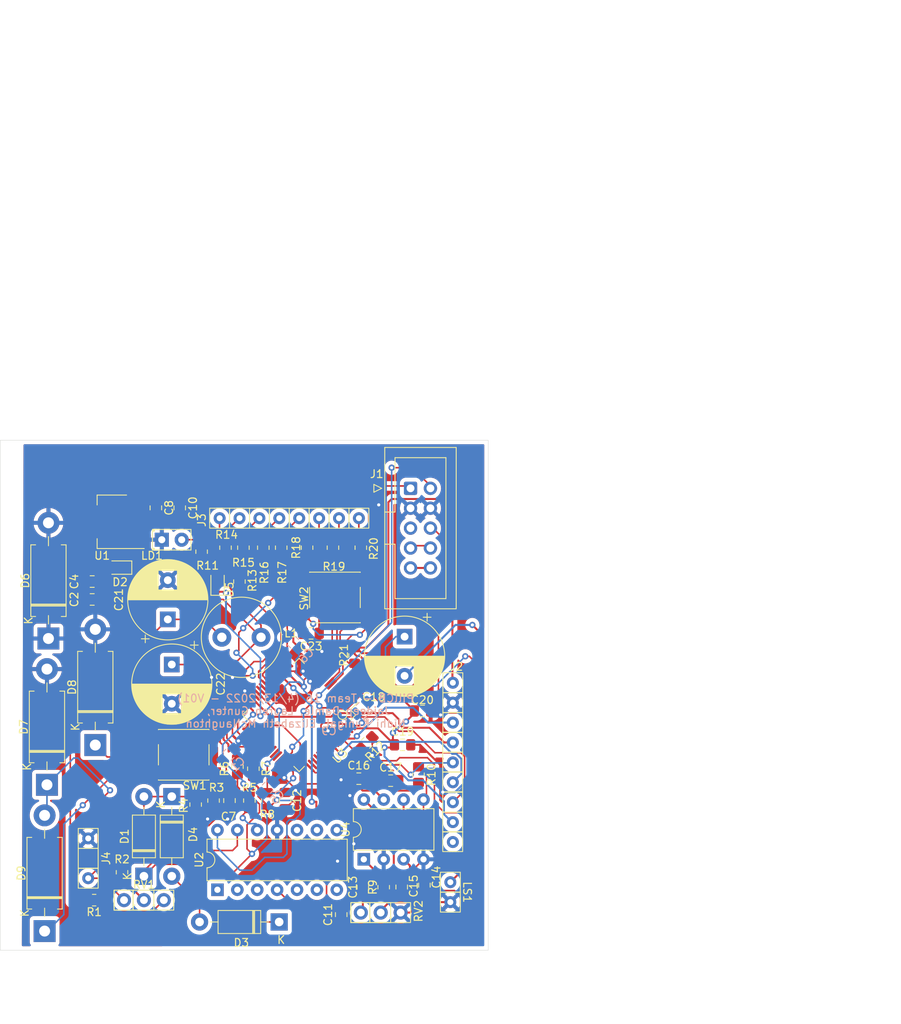
<source format=kicad_pcb>
(kicad_pcb (version 20211014) (generator pcbnew)
  (title_block (title "PillCB - Team 16") (date "2020-06-22") (rev "v01") (comment 4 "Jaideep Damle, Lauren Gunter, Nidhi Kunigal, Elizabeth McNaughton"))
  (layers (0 "F.Cu" signal) (31 "B.Cu" signal) (34 "B.Paste" user) (35 "F.Paste" user) (36 "B.SilkS" user "B.Silkscreen") (37 "F.SilkS" user "F.Silkscreen") (38 "B.Mask" user) (39 "F.Mask" user) (44 "Edge.Cuts" user))
  (net 0 "")
  (net 1 "VCC")
  (net 2 "GND")
  (net 3 "Net-(RV2-Pad2)")
  (net 4 "Net-(C18-Pad1)")
  (net 5 "Net-(R9-Pad1)")
  (net 6 "Net-(C16-Pad1)")
  (net 7 "Net-(C15-Pad2)")
  (net 8 "5.5V")
  (net 9 "Net-(C7-Pad1)")
  (net 10 "Net-(R5-Pad2)")
  (net 11 "PB8")
  (net 12 "PB11")
  (net 13 "PB14")
  (net 14 "PB5")
  (net 15 "PB3")
  (net 16 "/ignore")
  (net 17 "/PC0")
  (net 18 "/PC1")
  (net 19 "/PC7")
  (net 20 "/PC2")
  (net 21 "/PC3")
  (net 22 "/PC4")
  (net 23 "/PC5")
  (net 24 "/PC6")
  (net 25 "/NRST")
  (net 26 "/BOOT0")
  (net 27 "Net-(C17-Pad1)")
  (net 28 "Net-(C15-Pad1)")
  (net 29 "/PB2")
  (net 30 "Net-(LD1-Pad2)")
  (net 31 "Net-(R2-Pad1)")
  (net 32 "Net-(R1-Pad1)")
  (net 33 "Net-(C13-Pad2)")
  (net 34 "Net-(C10-Pad1)")
  (net 35 "/PC13")
  (net 36 "/PC14")
  (net 37 "/PC15")
  (net 38 "/PF0")
  (net 39 "/PF1")
  (net 40 "/PA0")
  (net 41 "/PA1")
  (net 42 "/PA2")
  (net 43 "/PA3")
  (net 44 "/PA4")
  (net 45 "/PA5")
  (net 46 "/PA6")
  (net 47 "/PA7")
  (net 48 "/PB0")
  (net 49 "/PB1")
  (net 50 "/PB10")
  (net 51 "/PB12")
  (net 52 "/PB13")
  (net 53 "/PB15")
  (net 54 "/PC8")
  (net 55 "/PC9")
  (net 56 "/PA8")
  (net 57 "/PA9")
  (net 58 "/PA10")
  (net 59 "/PA11")
  (net 60 "/PA12")
  (net 61 "/PA13")
  (net 62 "/PA14")
  (net 63 "/PA15")
  (net 64 "/PC10")
  (net 65 "/PC11")
  (net 66 "/PC12")
  (net 67 "/PD2")
  (net 68 "/PB4")
  (net 69 "/PB6")
  (net 70 "/PB7")
  (net 71 "/PB9")
  (net 72 "Net-(D3-Pad2)")
  (net 73 "/U5V")
  (net 75 "/V3.3_IN")
  (net 76 "Net-(J3-Pad1)")
  (net 77 "Net-(J3-Pad2)")
  (net 78 "Net-(J3-Pad3)")
  (net 79 "Net-(J3-Pad4)")
  (net 80 "Net-(J3-Pad5)")
  (net 81 "Net-(J3-Pad6)")
  (net 82 "Net-(J3-Pad7)")
  (net 83 "Net-(J3-Pad8)")
  (net 84 "Net-(C18-Pad2)")
  (net 85 "3.3V")
  (net 86 "Net-(R3-Pad2)")
  (net 87 "Net-(C10-Pad2)")
  (net 88 "Net-(100mH1-Pad1)")
  (net 89 "Net-(R7-Pad2)")
  (footprint "local_models:J2" (layer "F.Cu") (at 118.64762 91.66476)
    (fp_text reference "J3")
    (fp_text value "Conn_01x08_Female")
  )
  (footprint "Capacitor_SMD:C_0805_2012Metric_Pad1.18x1.45mm_HandSolder" (layer "F.Cu") (at 135.65362 116.25676)
    (fp_text reference "C20")
    (fp_text value "10uF")
  )
  (footprint "Capacitor_THT:CP_Radial_D10.0mm_P5.00mm" (layer "F.Cu") (at 133.36762 106.777083 -90)
    (fp_text reference "C18")
    (fp_text value "220uF")
  )
  (footprint "Resistor_SMD:R_0805_2012Metric_Pad1.20x1.40mm_HandSolder" (layer "F.Cu") (at 120.92162 95.42876 90)
    (fp_text reference "R18")
    (fp_text value "1K")
  )
  (footprint "Diode_THT:D_DO-41_SOD81_P10.16mm_Horizontal" (layer "F.Cu") (at 117.35762 143.17476 180)
    (fp_text reference "D3")
    (fp_text value "1N522B")
  )
  (footprint "Package_DIP:DIP-14_W7.62mm" (layer "F.Cu") (at 109.47762 139.06476 90)
    (fp_text reference "U2")
    (fp_text value "LM324")
  )
  (footprint "Capacitor_SMD:C_0805_2012Metric_Pad1.18x1.45mm_HandSolder" (layer "F.Cu") (at 132.99762 138.71476 90)
    (fp_text reference "C15")
    (fp_text value "10uF")
  )
  (footprint "Capacitor_SMD:C_0805_2012Metric_Pad1.18x1.45mm_HandSolder" (layer "F.Cu") (at 93.48962 99.74676 180)
    (fp_text reference "C4")
    (fp_text value ".1uF")
  )
  (footprint "Diode_SMD:D_SOD-323" (layer "F.Cu") (at 109.49162 100.00076 90)
    (fp_text reference "D5")
    (fp_text value "BAT60JFILM")
  )
  (footprint "Capacitor_SMD:C_0805_2012Metric_Pad1.18x1.45mm_HandSolder" (layer "F.Cu") (at 127.52562 124.89276)
    (fp_text reference "C16")
    (fp_text value "10uF")
  )
  (footprint "local_models:potentiometer" (layer "F.Cu") (at 97.55362 140.38676 -90)
    (fp_text reference "RV1")
    (fp_text value "R_Potentiometer_10k")
  )
  (footprint "local_models:J1" (layer "F.Cu") (at 92.98162 135.05276 90)
    (fp_text reference "J4")
    (fp_text value "Conn_01x02_Female")
  )
  (footprint "Capacitor_SMD:C_0805_2012Metric_Pad1.18x1.45mm_HandSolder" (layer "F.Cu") (at 118.12762 127.68676 -90)
    (fp_text reference "C12")
    (fp_text value ".1uF")
  )
  (footprint "Button_Switch_SMD:SW_SPST_PTS645" (layer "F.Cu") (at 105.17362 121.84476 180)
    (fp_text reference "SW1")
    (fp_text value "SW_Push")
  )
  (footprint "Resistor_SMD:R_0805_2012Metric_Pad1.20x1.40mm_HandSolder" (layer "F.Cu") (at 108.98362 127.68676 90)
    (fp_text reference "R3")
    (fp_text value "10k")
  )
  (footprint "Inductor_THT:L_Radial_D10.0mm_P5.00mm_Neosid_SD12_style3" (layer "F.Cu") (at 110.03962 106.85876)
    (fp_text reference "100mH1")
    (fp_text value "INDUCTOR")
  )
  (footprint "Resistor_SMD:R_0805_2012Metric_Pad1.20x1.40mm_HandSolder" (layer "F.Cu") (at 106.69762 128.19476 -90)
    (fp_text reference "R4")
    (fp_text value "1M")
  )
  (footprint "Diode_THT:D_5W_P10.16mm_Horizontal" (layer "F.Cu") (at 87.71762 123.37476 90)
    (fp_text reference "D7")
    (fp_text value "D_5W_P10.16mm_Horizontal")
  )
  (footprint "Resistor_SMD:R_0805_2012Metric_Pad1.20x1.40mm_HandSolder" (layer "F.Cu") (at 115.84162 127.68676 90)
    (fp_text reference "R8")
    (fp_text value "2.2k")
  )
  (footprint "local_models:LS1" (layer "F.Cu") (at 139.20962 139.37076 -90)
    (fp_text reference "LS1")
    (fp_text value "Speaker")
  )
  (footprint "Button_Switch_SMD:SW_SPST_PTS645" (layer "F.Cu") (at 124.47762 101.77876)
    (fp_text reference "SW2")
    (fp_text value "SW_Push")
  )
  (footprint "Resistor_SMD:R_0805_2012Metric_Pad1.20x1.40mm_HandSolder" (layer "F.Cu") (at 130.70062 138.73576 -90)
    (fp_text reference "R9")
    (fp_text value "1.2K")
  )
  (footprint "Resistor_SMD:R_0805_2012Metric_Pad1.20x1.40mm_HandSolder" (layer "F.Cu") (at 113.55562 127.68676 -90)
    (fp_text reference "R5")
    (fp_text value "10k")
  )
  (footprint "Diode_THT:D_5W_P10.16mm_Horizontal" (layer "F.Cu") (at 93.88762 118.30476 90)
    (fp_text reference "D8")
    (fp_text value "D_5W_P10.16mm_Horizontal")
  )
  (footprint "Resistor_SMD:R_0805_2012Metric_Pad1.20x1.40mm_HandSolder" (layer "F.Cu") (at 107.45962 95.93676 -90)
    (fp_text reference "R11")
    (fp_text value "1k")
  )
  (footprint "Capacitor_SMD:C_0805_2012Metric_Pad1.18x1.45mm_HandSolder" (layer "F.Cu") (at 133.11362 120.57476)
    (fp_text reference "C19")
    (fp_text value ".1uF")
  )
  (footprint "Capacitor_SMD:C_0805_2012Metric_Pad1.18x1.45mm_HandSolder" (layer "F.Cu") (at 125.27762 142.23476 90)
    (fp_text reference "C11")
    (fp_text value ".1uF")
  )
  (footprint "Package_QFP:LQFP-64_10x10mm_P0.5mm" (layer "F.Cu") (at 119.90562 116.76476 -135)
    (fp_text reference "U3")
    (fp_text value "STM32F091RCTx")
  )
  (footprint "Diode_THT:D_DO-41_SOD81_P10.16mm_Horizontal" (layer "F.Cu") (at 100.09362 137.33876 90)
    (fp_text reference "D1")
    (fp_text value "1N5819")
  )
  (footprint "Resistor_SMD:R_0805_2012Metric_Pad1.20x1.40mm_HandSolder" (layer "F.Cu") (at 112.03162 123.36876 90)
    (fp_text reference "R6")
    (fp_text value "120k")
  )
  (footprint "local_models:potentiometer" (layer "F.Cu") (at 127.77962 141.97426 -90)
    (fp_text reference "RV2")
    (fp_text value "R_Potentiometer_10k")
  )
  (footprint "LED_THT:LED_D2.0mm_W4.8mm_H2.5mm_FlatTop" (layer "F.Cu") (at 102.37462 94.41276)
    (fp_text reference "LD1")
    (fp_text value "LED_Green")
  )
  (footprint "Resistor_SMD:R_0805_2012Metric_Pad1.20x1.40mm_HandSolder" (layer "F.Cu") (at 124.22362 95.42876 90)
    (fp_text reference "R19")
    (fp_text value "1K")
  )
  (footprint "Capacitor_SMD:C_0805_2012Metric_Pad1.18x1.45mm_HandSolder" (layer "F.Cu") (at 121.42962 106.35076)
    (fp_text reference "C23")
    (fp_text value ".1uF")
  )
  (footprint "Capacitor_SMD:C_0805_2012Metric_Pad1.18x1.45mm_HandSolder" (layer "F.Cu") (at 93.48962 102.03276 180)
    (fp_text reference "C2")
    (fp_text value "22uF")
  )
  (footprint "Resistor_SMD:R_0805_2012Metric_Pad1.20x1.40mm_HandSolder" (layer "F.Cu") (at 127.77962 95.42876 90)
    (fp_text reference "R20")
    (fp_text value "1K")
  )
  (footprint "Capacitor_THT:CP_Radial_D10.0mm_P5.00mm" (layer "F.Cu") (at 103.64962 110.333083 -90)
    (fp_text reference "C22")
    (fp_text value "100uF")
  )
  (footprint "Package_TO_SOT_SMD:SOT-223-3_TabPin2" (layer "F.Cu") (at 96.02962 92.12676 180)
    (fp_text reference "U1")
    (fp_text value "LD1117S33TR_SOT223")
  )
  (footprint "Capacitor_THT:CP_Radial_D10.0mm_P5.00mm" (layer "F.Cu") (at 103.14162 104.57276 90)
    (fp_text reference "C21")
    (fp_text value "100uF")
  )
  (footprint "Capacitor_SMD:C_0805_2012Metric_Pad1.18x1.45mm_HandSolder" (layer "F.Cu") (at 135.89762 138.47476 90)
    (fp_text reference "C14")
    (fp_text value ".1uF")
  )
  (footprint "Resistor_SMD:R_0805_2012Metric_Pad1.20x1.40mm_HandSolder" (layer "F.Cu") (at 93.74362 140.38676 180)
    (fp_text reference "R1")
    (fp_text value "10k")
  )
  (footprint "Capacitor_SMD:C_0805_2012Metric_Pad1.18x1.45mm_HandSolder" (layer "F.Cu") (at 128.03362 138.73576 -90)
    (fp_text reference "C13")
    (fp_text value "10uF")
  )
  (footprint "Resistor_SMD:R_0805_2012Metric_Pad1.20x1.40mm_HandSolder" (layer "F.Cu") (at 126.98762 109.17476 -90)
    (fp_text reference "R21")
    (fp_text value "100K")
  )
  (footprint "Capacitor_SMD:C_0805_2012Metric_Pad1.18x1.45mm_HandSolder" (layer "F.Cu") (at 101.61762 90.34876 -90)
    (fp_text reference "C8")
    (fp_text value ".1uF")
  )
  (footprint "Diode_THT:D_5W_P10.16mm_Horizontal" (layer "F.Cu") (at 87.41762 142.03476 90)
    (fp_text reference "D9")
    (fp_text value "D_5W_P10.16mm_Horizontal")
  )
  (footprint "Diode_THT:D_DO-41_SOD81_P10.16mm_Horizontal" (layer "F.Cu") (at 103.64962 127.17876 -90)
    (fp_text reference "D4")
    (fp_text value "1N5819")
  )
  (footprint "Diode_SMD:D_SOD-323" (layer "F.Cu") (at 97.04562 97.96876 180)
    (fp_text reference "D2")
    (fp_text value "BAT60JFILM")
  )
  (footprint "Resistor_SMD:R_0805_2012Metric_Pad1.20x1.40mm_HandSolder" (layer "F.Cu") (at 112.79362 95.42876 90)
    (fp_text reference "R15")
    (fp_text value "1K")
  )
  (footprint "Resistor_SMD:R_0805_2012Metric_Pad1.20x1.40mm_HandSolder" (layer "F.Cu") (at 115.33362 95.42876 90)
    (fp_text reference "R16")
    (fp_text value "1K")
  )
  (footprint "Resistor_SMD:R_0805_2012Metric_Pad1.20x1.40mm_HandSolder" (layer "F.Cu") (at 114.06362 123.62276 -90)
    (fp_text reference "R7")
    (fp_text value "12k")
  )
  (footprint "Capacitor_SMD:C_0805_2012Metric_Pad1.18x1.45mm_HandSolder" (layer "F.Cu") (at 131.58962 125.14676)
    (fp_text reference "C17")
    (fp_text value ".1uF")
  )
  (footprint "Package_DIP:DIP-8_W7.62mm" (layer "F.Cu") (at 128.16062 135.17976 90)
    (fp_text reference "U4")
    (fp_text value "LM386")
  )
  (footprint "Resistor_SMD:R_0805_2012Metric_Pad1.20x1.40mm_HandSolder" (layer "F.Cu") (at 135.14562 124.38476 -90)
    (fp_text reference "R10")
    (fp_text value "10")
  )
  (footprint "Resistor_SMD:R_0805_2012Metric_Pad1.20x1.40mm_HandSolder" (layer "F.Cu") (at 117.61962 95.42876 90)
    (fp_text reference "R17")
    (fp_text value "1K")
  )
  (footprint "Resistor_SMD:R_0805_2012Metric_Pad1.20x1.40mm_HandSolder" (layer "F.Cu") (at 112.28562 99.74676 90)
    (fp_text reference "R13")
    (fp_text value "1K")
  )
  (footprint "Resistor_SMD:R_0805_2012Metric_Pad1.20x1.40mm_HandSolder" (layer "F.Cu") (at 110.50762 95.42876 90)
    (fp_text reference "R14")
    (fp_text value "1K")
  )
  (footprint "Diode_THT:D_5W_P10.16mm_Horizontal" (layer "F.Cu") (at 87.90762 104.71476 90)
    (fp_text reference "D6")
    (fp_text value "D_5W_P10.16mm_Horizontal")
  )
  (footprint "local_models:J3" (layer "F.Cu") (at 140.798245 122.79476)
    (fp_text reference "J2")
    (fp_text value "Conn_01x09_Female")
  )
  (footprint "Connector_IDC:IDC-Header_2x05_P2.54mm_Vertical" (layer "F.Cu") (at 134.12512 87.85476)
    (fp_text reference "J1")
    (fp_text value "Conn_02x05_Odd_Even")
  )
  (footprint "Capacitor_SMD:C_0805_2012Metric_Pad1.18x1.45mm_HandSolder" (layer "F.Cu") (at 111.01562 127.68676 -90)
    (fp_text reference "C7")
    (fp_text value ".1uF")
  )
  (footprint "Resistor_SMD:R_0805_2012Metric_Pad1.20x1.40mm_HandSolder" (layer "F.Cu") (at 97.29962 136.83076 90)
    (fp_text reference "R2")
    (fp_text value "10k")
  )
  (footprint "Capacitor_SMD:C_0805_2012Metric_Pad1.18x1.45mm_HandSolder" (layer "F.Cu") (at 104.66562 90.34876 -90)
    (fp_text reference "C10")
    (fp_text value "22uF")
  )
  (footprint "Resistor_SMD:R_0805_2012Metric_Pad1.20x1.40mm_HandSolder" (layer "F.Cu") (at 128.54162 120.32076 45)
    (fp_text reference "R12")
    (fp_text value "100K")
  )
  (footprint "Capacitor_SMD:C_0805_2012Metric_Pad1.18x1.45mm_HandSolder" (layer "B.Cu") (at 110.88862 121.84476 45)
    (fp_text reference "C1")
    (fp_text value ".1uF")
  )
  (footprint "Capacitor_SMD:C_0805_2012Metric_Pad1.18x1.45mm_HandSolder" (layer "B.Cu") (at 119.14362 107.49376 135)
    (fp_text reference "C6")
    (fp_text value ".1uF")
  )
  (footprint "Capacitor_SMD:C_0805_2012Metric_Pad1.18x1.45mm_HandSolder" (layer "B.Cu") (at 127.90662 115.87576 45)
    (fp_text reference "C3")
    (fp_text value ".1uF")
  )
  (footprint "Capacitor_SMD:C_0805_2012Metric_Pad1.18x1.45mm_HandSolder" (layer "B.Cu") (at 123.71562 117.14576)
    (fp_text reference "C9")
    (fp_text value ".1uF")
  )
  (footprint "Capacitor_SMD:C_0805_2012Metric_Pad1.18x1.45mm_HandSolder" (layer "B.Cu") (at 115.90512 126.03576 45)
    (fp_text reference "C5")
    (fp_text value ".1uF")
  )
  (gr_circle (center 125.433659 116.76476) (end 125.941659 117.01876) (layer "F.SilkS") (width 0.12) (fill none))
  (gr_rect (start 81.74762 146.77476) (end 144.04762 81.72576) (layer "Edge.Cuts") (width 0.05) (fill none))
  (gr_text "PillCB - Team 16 (4/13/2022 - V01)\nJaideep Damle, Lauren Gunter, \nNidhi Kunigal, Elizabeth McNaughton" (at 119.46112 116.25676) (layer "B.SilkS") (effects (font (size 1 1)) (justify mirror)))
  (segment (start 92.98162 137.59276) (end 94.25162 136.32276) (width 0.2) (layer "F.Cu") (net 1))
  (segment (start 93.23562 128.95676) (end 95.76762 126.42476) (width 0.2) (layer "F.Cu") (net 1))
  (segment (start 94.25162 136.32276) (end 94.25162 129.97276) (width 0.2) (layer "F.Cu") (net 1))
  (segment (start 94.75962 137.59276) (end 97.55362 140.38676) (width 0.2) (layer "F.Cu") (net 1))
  (segment (start 95.76762 126.42476) (end 95.76762 126.37476) (width 0.2) (layer "F.Cu") (net 1))
  (segment (start 92.98162 137.59276) (end 94.75962 137.59276) (width 0.2) (layer "F.Cu") (net 1))
  (segment (start 94.25162 129.97276) (end 93.23562 128.95676) (width 0.2) (layer "F.Cu") (net 1))
  (via (at 95.76762 126.37476) (size 0.8) (drill 0.4) (layers "F.Cu" "B.Cu") (net 1))
  (segment (start 91.65762 122.26476) (end 91.12762 122.26476) (width 0.2) (layer "B.Cu") (net 1))
  (segment (start 91.12762 122.26476) (end 87.71762 125.67476) (width 0.2) (layer "B.Cu") (net 1))
  (segment (start 87.71762 125.67476) (end 87.71762 129.27476) (width 0.2) (layer "B.Cu") (net 1))
  (segment (start 87.71762 129.27476) (end 87.41762 129.57476) (width 0.2) (layer "B.Cu") (net 1))
  (segment (start 95.76762 126.37476) (end 91.65762 122.26476) (width 0.2) (layer "B.Cu") (net 1))
  (segment (start 121.716094 112.479412) (end 122.681014 111.514492) (width 0.2) (layer "F.Cu") (net 2))
  (segment (start 120.96762 102.60476) (end 122.46712 104.10426) (width 0.25) (layer "F.Cu") (net 2))
  (segment (start 111.39762 119.313316) (end 111.39762 111.98476) (width 0.2) (layer "F.Cu") (net 2))
  (segment (start 124.10762 140.54476) (end 124.76012 141.19726) (width 0.2) (layer "F.Cu") (net 2))
  (segment (start 120.410627 111.180606) (end 118.91766 111.180606) (width 0.2) (layer "F.Cu") (net 2))
  (segment (start 134.63762 141.40276) (end 134.63762 136.32276) (width 0.2) (layer "F.Cu") (net 2))
  (segment (start 110.253131 119.890633) (end 110.253131 118.450271) (width 0.25) (layer "F.Cu") (net 2))
  (segment (start 118.12762 128.72426) (end 117.09762 129.75426) (width 0.2) (layer "F.Cu") (net 2))
  (segment (start 120.49762 101.39476) (end 120.96762 101.86476) (width 0.25) (layer "F.Cu") (net 2))
  (segment (start 117.621911 123.644663) (end 118.190886 123.075688) (width 0.2) (layer "F.Cu") (net 2))
  (segment (start 124.76012 141.19726) (end 125.27762 141.19726) (width 0.2) (layer "F.Cu") (net 2))
  (segment (start 126.38262 127.050513) (end 126.581867 127.24976) (width 0.2) (layer "F.Cu") (net 2))
  (segment (start 108.72762 116.92476) (end 108.72762 111.96476) (width 0.25) (layer "F.Cu") (net 2))
  (segment (start 139.20962 140.64076) (end 137.02612 140.64076) (width 0.25) (layer "F.Cu") (net 2))
  (segment (start 101.19362 124.09476) (end 109.15362 124.09476) (width 0.2) (layer "F.Cu") (net 2))
  (segment (start 119.45212 126.21726) (end 119.45212 126.38476) (width 0.2) (layer "F.Cu") (net 2))
  (segment (start 120.96762 101.86476) (end 120.96762 102.60476) (width 0.25) (layer "F.Cu") (net 2))
  (segment (start 118.00062 124.405024) (end 117.621911 124.026315) (width 0.2) (layer "F.Cu") (net 2))
  (segment (start 117.621911 124.026315) (end 117.621911 123.644663) (width 0.2) (layer "F.Cu") (net 2))
  (segment (start 110.253131 118.450271) (end 108.72762 116.92476) (width 0.25) (layer "F.Cu") (net 2))
  (segment (start 124.48762 136.91476) (end 123.40762 137.99476) (width 0.2) (layer "F.Cu") (net 2))
  (segment (start 128.07762 131.006266) (end 128.07762 133.00476) (width 0.2) (layer "F.Cu") (net 2))
  (segment (start 118.00062 124.76576) (end 119.45212 126.21726) (width 0.2) (layer "F.Cu") (net 2))
  (segment (start 107.53812 130.03526) (end 106.69762 129.19476) (width 0.25) (layer "F.Cu") (net 2))
  (segment (start 112.03162 122.36876) (end 112.03162 121.92876) (width 0.25) (layer "F.Cu") (net 2))
  (segment (start 126.581867 129.510513) (end 128.07762 131.006266) (width 0.2) (layer "F.Cu") (net 2))
  (segment (start 124.22562 118.79476) (end 123.59762 118.79476) (width 0.2) (layer "F.Cu") (net 2))
  (segment (start 125.647573 117.910519) (end 125.109861 117.910519) (width 0.2) (layer "F.Cu") (net 2))
  (segment (start 137.93962 123.16676) (end 137.93962 126.302449) (width 0.25) (layer "F.Cu") (net 2))
  (segment (start 128.56312 124.89276) (end 129.33364 124.12224) (width 0.2) (layer "F.Cu") (net 2))
  (segment (start 129.23762 119.62476) (end 129.248727 119.613653) (width 0.2) (layer "F.Cu") (net 2))
  (segment (start 134.63762 136.32276) (end 135.78062 135.17976) (width 0.2) (layer "F.Cu") (net 2))
  (segment (start 126.581867 127.24976) (end 126.581867 129.510513) (width 0.2) (layer "F.Cu") (net 2))
  (segment (start 122.46712 106.35076) (end 122.46712 108.32426) (width 0.2) (layer "F.Cu") (net 2))
  (segment (start 118.91766 111.180606) (end 118.190886 110.453832) (width 0.2) (layer "F.Cu") (net 2))
  (segment (start 121.32762 112.479412) (end 121.716094 112.479412) (width 0.2) (layer "F.Cu") (net 2))
  (segment (start 110.87762 120.77476) (end 110.87762 120.515122) (width 0.25) (layer "F.Cu") (net 2))
  (segment (start 131.6026 124.12224) (end 132.62712 125.14676) (width 0.2) (layer "F.Cu") (net 2))
  (segment (start 119.45212 126.38476) (end 119.45212 127.39976) (width 0.2) (layer "F.Cu") (net 2))
  (segment (start 134.15112 120.57476) (end 135.34762 120.57476) (width 0.25) (layer "F.Cu") (net 2))
  (segment (start 130.19262 90.09476) (end 130.06562 89.96776) (width 0.25) (layer "F.Cu") (net 2))
  (segment (start 128.07762 133.00476) (end 127.87762 133.20476) (width 0.2) (layer "F.Cu") (net 2))
  (segment (start 127.5386 123.86824) (end 125.90414 123.86824) (width 0.2) (layer "F.Cu") (net 2))
  (segment (start 129.23762 121.90726) (end 129.23762 119.62476) (width 0.2) (layer "F.Cu") (net 2))
  (segment (start 118.00062 124.76576) (end 118.00062 124.405024) (width 0.2) (layer "F.Cu") (net 2))
  (segment (start 112.968112 113.70476) (end 112.968112 114.423446) (width 0.2) (layer "F.Cu") (net 2))
  (segment (start 127.87762 133.20476) (end 126.88762 133.20476) (width 0.2) (layer "F.Cu") (net 2))
  (segment (start 132.85962 141.97426) (end 134.06612 141.97426) (width 0.25) (layer "F.Cu") (net 2))
  (segment (start 110.77762 128.96226) (end 111.01562 128.72426) (width 0.25) (layer "F.Cu") (net 2))
  (segment (start 123.40762 137.99476) (end 123.40762 140.01476) (width 0.2) (layer "F.Cu") (net 2))
  (segment (start 136.69112 116.25676) (end 137.45962 116.25676) (width 0.2) (layer "F.Cu") (net 2))
  (segment (start 117.09762 129.75426) (end 117.09762 131.44476) (width 0.2) (layer "F.Cu") (net 2))
  (segment (start 134.06612 141.97426) (end 134.63762 141.40276) (width 0.25) (layer "F.Cu") (net 2))
  (segment (start 137.02612 140.64076) (end 135.89762 139.51226) (width 0.25) (layer "F.Cu") (net 2))
  (segment (start 124.80762 135.41476) (end 124.80762 136.91476) (width 0.2) (layer "F.Cu") (net 2))
  (segment (start 137.93962 126.302449) (end 138.249776 126.612605) (width 0.25) (layer "F.Cu") (net 2))
  (segment (start 112.03162 121.92876) (end 110.87762 120.77476) (width 0.25) (layer "F.Cu") (net 2))
  (segment (start 110.77762 130.04476) (end 110.77762 128.96226) (width 0.25) (layer "F.Cu") (net 2))
  (segment (start 110.87762 120.515122) (end 110.253131 119.890633) (width 0.25) (layer "F.Cu") (net 2))
  (segment (start 125.109861 117.910519) (end 124.22562 118.79476) (width 0.2) (layer "F.Cu") (net 2))
  (segment (start 125.90414 123.86824) (end 125.25762 124.51476) (width 0.2) (layer "F.Cu") (net 2))
  (segment (start 112.15862 120.074316) (end 111.39762 119.313316) (width 0.2) (layer "F.Cu") (net 2))
  (segment (start 122.46712 108.32426) (end 122.80762 108.66476) (width 0.2) (layer "F.Cu") (net 2))
  (segment (start 122.46712 104.10426) (end 122.46712 106.35076) (width 0.25) (layer "F.Cu") (net 2))
  (segment (start 112.968112 114.423446) (end 113.594692 115.050026) (width 0.2) (layer "F.Cu") (net 2))
  (segment (start 125.23962 141.17026) (end 125.23962 141.40276) (width 0.2) (layer "F.Cu") (net 2))
  (segment (start 125.25762 124.51476) (end 125.25762 125.03476) (width 0.2) (layer "F.Cu") (net 2))
  (segment (start 135.34762 120.57476) (end 137.93962 123.16676) (width 0.25) (layer "F.Cu") (net 2))
  (segment (start 120.49762 99.52876) (end 120.49762 101.39476) (width 0.25) (layer "F.Cu") (net 2))
  (segment (start 137.45962 116.25676) (end 137.96762 116.76476) (width 0.2) (layer "F.Cu") (net 2))
  (segment (start 123.40762 140.01476) (end 123.93762 140.54476) (width 0.2) (layer "F.Cu") (net 2))
  (segment (start 126.216548 118.479494) (end 125.647573 117.910519) (width 0.2) (layer "F.Cu") (net 2))
  (segment (start 124.80762 136.91476) (end 124.48762 136.91476) (width 0.2) (layer "F.Cu") (net 2))
  (segment (start 123.93762 140.54476) (end 124.10762 140.54476) (width 0.2) (layer "F.Cu") (net 2))
  (segment (start 119.45212 127.39976) (end 118.12762 128.72426) (width 0.2) (layer "F.Cu") (net 2))
  (segment (start 129.33364 124.12224) (end 131.6026 124.12224) (width 0.2) (layer "F.Cu") (net 2))
  (segment (start 128.56312 124.89276) (end 127.5386 123.86824) (width 0.2) (layer "F.Cu") (net 2))
  (segment (start 108.22162 130.03526) (end 107.53812 130.03526) (width 0.25) (layer "F.Cu") (net 2))
  (via (at 126.88762 133.20476) (size 0.8) (drill 0.4) (layers "F.Cu" "B.Cu") (net 2))
  (via (at 121.32762 112.479412) (size 0.8) (drill 0.4) (layers "F.Cu" "B.Cu") (net 2))
  (via (at 129.23762 121.90726) (size 0.8) (drill 0.4) (layers "F.Cu" "B.Cu") (net 2))
  (via (at 112.968112 113.70476) (size 0.8) (drill 0.4) (layers "F.Cu" "B.Cu") (net 2))
  (via (at 126.38262 127.050513) (size 0.8) (drill 0.4) (layers "F.Cu" "B.Cu") (net 2))
  (via (at 111.39762 111.98476) (size 0.8) (drill 0.4) (layers "F.Cu" "B.Cu") (net 2))
  (via (at 118.00062 124.76576) (size 0.8) (drill 0.4) (layers "F.Cu" "B.Cu") (net 2))
  (via (at 119.45212 126.38476) (size 0.8) (drill 0.4) (layers "F.Cu" "B.Cu") (net 2))
  (via (at 123.59762 118.79476) (size 0.8) (drill 0.4) (layers "F.Cu" "B.Cu") (net 2))
  (via (at 130.06562 89.96776) (size 0.8) (drill 0.4) (layers "F.Cu" "B.Cu") (net 2))
  (via (at 112.15862 120.074316) (size 0.8) (drill 0.4) (layers "F.Cu" "B.Cu") (net 2))
  (via (at 108.72762 111.96476) (size 0.8) (drill 0.4) (layers "F.Cu" "B.Cu") (net 2))
  (via (at 120.410627 111.180606) (size 0.8) (drill 0.4) (layers "F.Cu" "B.Cu") (net 2))
  (via (at 124.80762 135.41476) (size 0.8) (drill 0.4) (layers "F.Cu" "B.Cu") (net 2))
  (via (at 110.77762 130.04476) (size 0.8) (drill 0.4) (layers "F.Cu" "B.Cu") (net 2))
  (via (at 122.80762 108.66476) (size 0.8) (drill 0.4) (layers "F.Cu" "B.Cu") (net 2))
  (via (at 138.249776 126.612605) (size 0.8) (drill 0.4) (layers "F.Cu" "B.Cu") (net 2))
  (via (at 125.25762 125.03476) (size 0.8) (drill 0.4) (layers "F.Cu" "B.Cu") (net 2))
  (via (at 108.22162 130.03526) (size 0.8) (drill 0.4) (layers "F.Cu" "B.Cu") (net 2))
  (via (at 137.96762 116.76476) (size 0.8) (drill 0.4) (layers "F.Cu" "B.Cu") (net 2))
  (segment (start 122.80762 108.66476) (end 121.32762 110.14476) (width 0.2) (layer "B.Cu") (net 2))
  (segment (start 111.39762 111.98476) (end 112.968112 113.555252) (width 0.2) (layer "B.Cu") (net 2))
  (segment (start 140.597807 116.265573) (end 139.528245 115.196011) (width 0.25) (layer "B.Cu") (net 2))
  (segment (start 138.249776 126.612605) (end 139.808211 126.612605) (width 0.25) (layer "B.Cu") (net 2))
  (segment (start 117.17512 124.76576) (end 116.638743 125.302137) (width 0.2) (layer "B.Cu") (net 2))
  (segment (start 108.72762 111.96476) (end 111.37762 111.96476) (width 0.25) (layer "B.Cu") (net 2))
  (segment (start 118.00062 124.76576) (end 117.17512 124.76576) (width 0.2) (layer "B.Cu") (net 2))
  (segment (start 112.003243 120.229693) (end 112.003243 120.857137) (width 0.2) (layer "B.Cu") (net 2))
  (segment (start 121.32762 110.14476) (end 121.32762 112.479412) (width 0.2) (layer "B.Cu") (net 2))
  (segment (start 111.37762 111.96476) (end 111.39762 111.98476) (width 0.25) (layer "B.Cu") (net 2))
  (segment (start 120.410627 111.180606) (end 120.410627 111.562419) (width 0.2) (layer "B.Cu") (net 2))
  (segment (start 112.968112 113.555252) (end 112.968112 113.70476) (width 0.2) (layer "B.Cu") (net 2))
  (segment (start 126.38262 127.050513) (end 125.25762 125.925513) (width 0.2) (layer "B.Cu") (net 2))
  (segment (start 108.23112 130.04476) (end 110.77762 130.04476) (width 0.25) (layer "B.Cu") (net 2))
  (segment (start 137.96762 116.76476) (end 137.971496 116.76476) (width 0.2) (layer "B.Cu") (net 2))
  (segment (start 112.15862 120.074316) (end 112.003243 120.229693) (width 0.2) (layer "B.Cu") (net 2))
  (segment (start 120.410627 111.562419) (end 121.32762 112.479412) (width 0.2) (layer "B.Cu") (net 2))
  (segment (start 139.808211 126.612605) (end 141.49562 124.925196) (width 0.25) (layer "B.Cu") (net 2))
  (segment (start 108.22162 130.03526) (end 108.23112 130.04476) (width 0.25) (layer "B.Cu") (net 2))
  (segment (start 126.88762 133.20476) (end 126.88762 133.33476) (width 0.2) (layer "B.Cu") (net 2))
  (segment (start 141.49562 124.925196) (end 141.49562 117.163386) (width 0.25) (layer "B.Cu") (net 2))
  (segment (start 125.25762 125.925513) (end 125.25762 125.03476) (width 0.2) (layer "B.Cu") (net 2))
  (segment (start 126.88762 133.33476) (end 124.80762 135.41476) (width 0.2) (layer "B.Cu") (net 2))
  (segment (start 141.49562 117.163386) (end 140.597807 116.265573) (width 0.25) (layer "B.Cu") (net 2))
  (segment (start 130.31962 141.97426) (end 130.31962 141.729253) (width 0.25) (layer "F.Cu") (net 3))
  (segment (start 130.31962 141.729253) (end 131.363593 140.68528) (width 0.25) (layer "F.Cu") (net 3))
  (segment (start 133.689593 140.68528) (end 134.04714 140.327733) (width 0.25) (layer "F.Cu") (net 3))
  (segment (start 131.363593 140.68528) (end 133.689593 140.68528) (width 0.25) (layer "F.Cu") (net 3))
  (segment (start 134.04714 135.98628) (end 133.24062 135.17976) (width 0.25) (layer "F.Cu") (net 3))
  (segment (start 134.04714 140.327733) (end 134.04714 135.98628) (width 0.25) (layer "F.Cu") (net 3))
  (segment (start 139.93562 135.30676) (end 142.25762 132.98476) (width 0.2) (layer "F.Cu") (net 4))
  (segment (start 135.78062 131.18776) (end 135.78062 127.55976) (width 0.2) (layer "F.Cu") (net 4))
  (segment (start 142.25762 132.98476) (end 142.25762 109.90676) (width 0.2) (layer "F.Cu") (net 4))
  (segment (start 137.95762 133.36476) (end 137.95762 134.30876) (width 0.2) (layer "F.Cu") (net 4))
  (segment (start 135.14562 123.38476) (end 136.161619 124.400759) (width 0.2) (layer "F.Cu") (net 4))
  (segment (start 136.161619 124.400759) (end 136.161619 126.924761) (width 0.2) (layer "F.Cu") (net 4))
  (segment (start 137.95762 133.36476) (end 135.78062 131.18776) (width 0.2) (layer "F.Cu") (net 4))
  (segment (start 141.63562 109.28476) (end 141.11762 109.28476) (width 0.2) (layer "F.Cu") (net 4))
  (segment (start 137.95762 134.30876) (end 138.95562 135.30676) (width 0.2) (layer "F.Cu") (net 4))
  (segment (start 138.95562 135.30676) (end 139.93562 135.30676) (width 0.2) (layer "F.Cu") (net 4))
  (segment (start 142.25762 109.90676) (end 141.63562 109.28476) (width 0.2) (layer "F.Cu") (net 4))
  (via (at 141.11762 109.28476) (size 0.8) (drill 0.4) (layers "F.Cu" "B.Cu") (net 4))
  (segment (start 130.92762 108.10476) (end 130.92762 112.29276) (width 0.2) (layer "B.Cu") (net 4))
  (segment (start 133.36762 106.777083) (end 132.255297 106.777083) (width 0.2) (layer "B.Cu") (net 4))
  (segment (start 131.711454 113.076594) (end 137.325786 113.076594) (width 0.2) (layer "B.Cu") (net 4))
  (segment (start 137.325786 113.076594) (end 141.11762 109.28476) (width 0.2) (layer "B.Cu") (net 4))
  (segment (start 132.255297 106.777083) (end 130.92762 108.10476) (width 0.2) (layer "B.Cu") (net 4))
  (segment (start 130.92762 112.29276) (end 131.711454 113.076594) (width 0.2) (layer "B.Cu") (net 4))
  (segment (start 128.16062 135.19576) (end 130.70062 137.73576) (width 0.25) (layer "F.Cu") (net 5))
  (segment (start 128.16062 135.17976) (end 128.16062 135.19576) (width 0.25) (layer "F.Cu") (net 5))
  (segment (start 129.55762 126.41676) (end 128.01212 126.41676) (width 0.25) (layer "F.Cu") (net 6))
  (segment (start 128.01212 126.41676) (end 126.48812 124.89276) (width 0.25) (layer "F.Cu") (net 6))
  (segment (start 130.70062 127.55976) (end 129.55762 126.41676) (width 0.25) (layer "F.Cu") (net 6))
  (segment (start 128.16062 127.55976) (end 131.98762 131.38676) (width 0.25) (layer "F.Cu") (net 7))
  (segment (start 131.98762 136.66726) (end 132.99762 137.67726) (width 0.25) (layer "F.Cu") (net 7))
  (segment (start 131.98762 131.38676) (end 131.98762 136.66726) (width 0.25) (layer "F.Cu") (net 7))
  (segment (start 106.00762 90.36476) (end 99.71762 90.36476) (width 0.2) (layer "F.Cu") (net 8))
  (segment (start 92.74912 103.81076) (end 90.94962 103.81076) (width 0.2) (layer "F.Cu") (net 8))
  (segment (start 139.745131 139.162271) (end 140.49762 139.91476) (width 0.2) (layer "F.Cu") (net 8))
  (segment (start 119.07762 141.04476) (end 117.09762 139.06476) (width 0.2) (layer "F.Cu") (net 8))
  (segment (start 122.70762 142.43476) (end 120.13762 142.43476) (width 0.2) (layer "F.Cu") (net 8))
  (segment (start 108.50762 96.00476) (end 108.50762 94.07476) (width 0.2) (layer "F.Cu") (net 8))
  (segment (start 137.55862 134.79876) (end 137.55862 135.77626) (width 0.25) (layer "F.Cu") (net 8))
  (segment (start 103.05762 145.78476) (end 122.40762 145.78476) (width 0.2) (layer "F.Cu") (net 8))
  (segment (start 135.89762 137.43726) (end 137.622631 139.162271) (width 0.2) (layer "F.Cu") (net 8))
  (segment (start 133.24062 130.48076) (end 137.55862 134.79876) (width 0.25) (layer "F.Cu") (net 8))
  (segment (start 106.44362 90.80076) (end 106.00762 90.36476) (width 0.2) (layer "F.Cu") (net 8))
  (segment (start 119.07762 141.37476) (end 119.07762 141.04476) (width 0.2) (layer "F.Cu") (net 8))
  (segment (start 92.39962 142.34476) (end 99.61762 142.34476) (width 0.2) (layer "F.Cu") (net 8))
  (segment (start 90.94962 103.81076) (end 90.69562 104.06476) (width 0.2) (layer "F.Cu") (net 8))
  (segment (start 107.45962 97.96876) (end 109.74562 100.25476) (width 0.2) (layer "F.Cu") (net 8))
  (segment (start 110.21362 102.03276) (end 94.52712 102.03276) (width 0.2) (layer "F.Cu") (net 8))
  (segment (start 107.45962 96.93676) (end 107.45962 97.96876) (width 0.2) (layer "F.Cu") (net 8))
  (segment (start 133.24062 127.55976) (end 133.24062 130.48076) (width 0.25) (layer "F.Cu") (net 8))
  (segment (start 109.74562 100.25476) (end 110.76162 100.25476) (width 0.2) (layer "F.Cu") (net 8))
  (segment (start 103.64962 110.333083) (end 111.565297 110.333083) (width 0.2) (layer "F.Cu") (net 8))
  (segment (start 94.52712 102.03276) (end 92.74912 103.81076) (width 0.2) (layer "F.Cu") (net 8))
  (segment (start 125.44012 143.43476) (end 125.27762 143.27226) (width 0.2) (layer "F.Cu") (net 8))
  (segment (start 107.57562 96.93676) (end 108.50762 96.00476) (width 0.2) (layer "F.Cu") (net 8))
  (segment (start 111.565297 110.333083) (end 115.03962 106.85876) (width 0.2) (layer "F.Cu") (net 8))
  (segment (start 124.02012 143.27226) (end 123.70762 143.58476) (width 0.2) (layer "F.Cu") (net 8))
  (segment (start 140.49762 141.25476) (end 138.31762 143.43476) (width 0.2) (layer "F.Cu") (net 8))
  (segment (start 99.71762 90.36476) (end 99.17962 89.82676) (width 0.2) (layer "F.Cu") (net 8))
  (segment (start 99.61762 142.34476) (end 103.05762 145.78476) (width 0.2) (layer "F.Cu") (net 8))
  (segment (start 110.76162 100.25476) (end 111.26962 100.76276) (width 0.2) (layer "F.Cu") (net 8))
  (segment (start 123.70762 143.43476) (end 122.70762 142.43476) (width 0.2) (layer "F.Cu") (net 8))
  (segment (start 120.13762 142.43476) (end 119.07762 141.37476) (width 0.2) (layer "F.Cu") (net 8))
  (segment (start 140.49762 139.91476) (end 140.49762 141.25476) (width 0.2) (layer "F.Cu") (net 8))
  (segment (start 115.03962 105.29476) (end 115.03962 106.85876) (width 0.2) (layer "F.Cu") (net 8))
  (segment (start 107.82762 93.39476) (end 106.51762 93.39476) (width 0.2) (layer "F.Cu") (net 8))
  (segment (start 123.70762 143.58476) (end 123.70762 143.43476) (width 0.2) (layer "F.Cu") (net 8))
  (segment (start 106.44362 93.32076) (end 106.44362 90.80076) (width 0.2) (layer "F.Cu") (net 8))
  (segment (start 137.622631 139.162271) (end 139.745131 139.162271) (width 0.2) (layer "F.Cu") (net 8))
  (segment (start 137.55862 135.77626) (end 135.89762 137.43726) (width 0.25) (layer "F.Cu") (net 8))
  (segment (start 138.31762 143.43476) (end 125.44012 143.43476) (width 0.2) (layer "F.Cu") (net 8))
  (segment (start 111.26962 101.52476) (end 115.03962 105.29476) (width 0.2) (layer "F.Cu") (net 8))
  (segment (start 125.27762 143.27226) (end 124.02012 143.27226) (width 0.2) (layer "F.Cu") (net 8))
  (segment (start 107.45962 96.93676) (end 107.57562 96.93676) (width 0.2) (layer "F.Cu") (net 8))
  (segment (start 90.69562 104.06476) (end 90.69562 140.64076) (width 0.2) (layer "F.Cu") (net 8))
  (segment (start 106.51762 93.39476) (end 106.44362 93.32076) (width 0.2) (layer "F.Cu") (net 8))
  (segment (start 122.40762 145.78476) (end 123.70762 144.48476) (width 0.2) (layer "F.Cu") (net 8))
  (segment (start 111.26962 100.76276) (end 111.26962 101.52476) (width 0.2) (layer "F.Cu") (net 8))
  (segment (start 90.69562 140.64076) (end 92.39962 142.34476) (width 0.2) (layer "F.Cu") (net 8))
  (segment (start 123.70762 144.48476) (end 123.70762 143.58476) (width 0.2) (layer "F.Cu") (net 8))
  (segment (start 115.03962 106.85876) (end 110.21362 102.03276) (width 0.2) (layer "F.Cu") (net 8))
  (segment (start 108.50762 94.07476) (end 107.82762 93.39476) (width 0.2) (layer "F.Cu") (net 8))
  (segment (start 94.52712 102.03276) (end 94.52712 99.74676) (width 0.2) (layer "F.Cu") (net 8))
  (segment (start 109.09762 130.148519) (end 108.361379 130.88476) (width 0.2) (layer "F.Cu") (net 9))
  (segment (start 111.40762 134.05476) (end 112.01762 133.44476) (width 0.2) (layer "F.Cu") (net 9))
  (segment (start 108.18962 128.68676) (end 108.98362 128.68676) (width 0.2) (layer "F.Cu") (net 9))
  (segment (start 106.69762 127.19476) (end 108.18962 128.68676) (width 0.2) (layer "F.Cu") (net 9))
  (segment (start 100.09362 127.17876) (end 103.64962 127.17876) (width 0.2) (layer "F.Cu") (net 9))
  (segment (start 112.01762 133.44476) (end 112.01762 131.44476) (width 0.2) (layer "F.Cu") (net 9))
  (segment (start 107.75762 130.88476) (end 107.48762 131.15476) (width 0.2) (layer "F.Cu") (net 9))
  (segment (start 106.68162 127.17876) (end 106.69762 127.19476) (width 0.2) (layer "F.Cu") (net 9))
  (segment (start 108.98362 128.68126) (end 111.01562 126.64926) (width 0.2) (layer "F.Cu") (net 9))
  (segment (start 108.361379 130.88476) (end 107.75762 130.88476) (width 0.2) (layer "F.Cu") (net 9))
  (segment (start 107.48762 131.15476) (end 107.48762 133.34476) (width 0.2) (layer "F.Cu") (net 9))
  (segment (start 109.09762 129.87476) (end 109.09762 130.148519) (width 0.2) (layer "F.Cu") (net 9))
  (segment (start 107.48762 133.34476) (end 108.19762 134.05476) (width 0.2) (layer "F.Cu") (net 9))
  (segment (start 108.98362 128.68676) (end 108.98362 129.76076) (width 0.2) (layer "F.Cu") (net 9))
  (segment (start 108.19762 134.05476) (end 111.40762 134.05476) (width 0.2) (layer "F.Cu") (net 9))
  (segment (start 100.09362 133.03676) (end 100.09362 127.17876) (width 0.2) (layer "F.Cu") (net 9))
  (segment (start 108.98362 129.76076) (end 109.09762 129.87476) (width 0.2) (layer "F.Cu") (net 9))
  (segment (start 108.98362 128.68676) (end 108.98362 128.68126) (width 0.2) (layer "F.Cu") (net 9))
  (segment (start 97.29962 135.83076) (end 100.09362 133.03676) (width 0.2) (layer "F.Cu") (net 9))
  (segment (start 103.64962 127.17876) (end 106.68162 127.17876) (width 0.2) (layer "F.Cu") (net 9))
  (segment (start 112.03162 124.36876) (end 112.31762 124.36876) (width 0.2) (layer "F.Cu") (net 10))
  (segment (start 112.03162 125.90876) (end 112.28562 126.16276) (width 0.2) (layer "F.Cu") (net 10))
  (segment (start 113.55562 128.68676) (end 112.53962 129.70276) (width 0.2) (layer "F.Cu") (net 10))
  (segment (start 112.28562 127.41676) (end 113.55562 128.68676) (width 0.2) (layer "F.Cu") (net 10))
  (segment (start 112.03162 124.36876) (end 112.03162 125.90876) (width 0.2) (layer "F.Cu") (net 10))
  (segment (start 112.53962 129.70276) (end 112.53962 129.74676) (width 0.2) (layer "F.Cu") (net 10))
  (segment (start 112.31762 124.36876) (end 114.06362 122.62276) (width 0.2) (layer "F.Cu") (net 10))
  (segment (start 112.53962 129.74676) (end 112.70762 129.91476) (width 0.2) (layer "F.Cu") (net 10))
  (segment (start 112.28562 126.16276) (end 112.28562 127.41676) (width 0.2) (layer "F.Cu") (net 10))
  (via (at 112.70762 129.91476) (size 0.8) (drill 0.4) (layers "F.Cu" "B.Cu") (net 10))
  (segment (start 114.374139 130.626279) (end 115.18262 131.43476) (width 0.2) (layer "B.Cu") (net 10))
  (segment (start 113.419139 130.626279) (end 114.374139 130.626279) (width 0.2) (layer "B.Cu") (net 10))
  (segment (start 112.70762 129.91476) (end 113.419139 130.626279) (width 0.2) (layer "B.Cu") (net 10))
  (segment (start 126.103414 119.780574) (end 126.969515 119.780574) (width 0.25) (layer "F.Cu") (net 11))
  (segment (start 125.509441 119.186601) (end 126.103414 119.780574) (width 0.25) (layer "F.Cu") (net 11))
  (segment (start 126.969515 119.780574) (end 127.27762 119.472469) (width 0.25) (layer "F.Cu") (net 11))
  (via (at 127.27762 119.472469) (size 0.8) (drill 0.4) (layers "F.Cu" "B.Cu") (net 11))
  (segment (start 130.915329 115.83476) (end 134.46762 115.83476) (width 0.25) (layer "B.Cu") (net 11))
  (segment (start 127.27762 119.472469) (end 130.915329 115.83476) (width 0.25) (layer "B.Cu") (net 11))
  (segment (start 136.368871 117.736011) (end 139.528245 117.736011) (width 0.25) (layer "B.Cu") (net 11))
  (segment (start 134.46762 115.83476) (end 136.368871 117.736011) (width 0.25) (layer "B.Cu") (net 11))
  (segment (start 131.83762 116.53476) (end 132.66762 117.36476) (width 0.25) (layer "F.Cu") (net 12))
  (segment (start 138.428871 120.276011) (end 139.528245 120.276011) (width 0.25) (layer "F.Cu") (net 12))
  (segment (start 136.54762 118.39476) (end 138.428871 120.276011) (width 0.25) (layer "F.Cu") (net 12))
  (segment (start 124.44762 116.53476) (end 131.83762 116.53476) (width 0.25) (layer "F.Cu") (net 12))
  (segment (start 116.246532 116.99476) (end 123.98762 116.99476) (width 0.25) (layer "F.Cu") (net 12))
  (segment (start 123.98762 116.99476) (end 124.44762 116.53476) (width 0.25) (layer "F.Cu") (net 12))
  (segment (start 113.948245 114.696473) (end 116.246532 116.99476) (width 0.25) (layer "F.Cu") (net 12))
  (segment (start 132.66762 117.89476) (end 133.16762 118.39476) (width 0.25) (layer "F.Cu") (net 12))
  (segment (start 132.66762 117.36476) (end 132.66762 117.89476) (width 0.25) (layer "F.Cu") (net 12))
  (segment (start 133.16762 118.39476) (end 136.54762 118.39476) (width 0.25) (layer "F.Cu") (net 12))
  (segment (start 125.30762 123.13476) (end 122.88762 125.55476) (width 0.2) (layer "F.Cu") (net 13))
  (segment (start 122.88762 125.55476) (end 120.47762 125.55476) (width 0.2) (layer "F.Cu") (net 13))
  (segment (start 120.04762 120.39476) (end 117.74762 118.09476) (width 0.2) (layer "F.Cu") (net 13))
  (segment (start 132.898673 123.13476) (end 125.30762 123.13476) (width 0.2) (layer "F.Cu") (net 13))
  (segment (start 134.148673 124.38476) (end 132.898673 123.13476) (width 0.2) (layer "F.Cu") (net 13))
  (segment (start 117.74762 118.09476) (end 114.686532 118.09476) (width 0.2) (layer "F.Cu") (net 13))
  (segment (start 114.686532 118.09476) (end 113.948245 118.833047) (width 0.2) (layer "F.Cu") (net 13))
  (segment (start 120.47762 125.55476) (end 120.04762 125.12476) (width 0.2) (layer "F.Cu") (net 13))
  (segment (start 120.04762 125.12476) (end 120.04762 120.39476) (width 0.2) (layer "F.Cu") (net 13))
  (via (at 134.148673 124.38476) (size 0.8) (drill 0.4) (layers "F.Cu" "B.Cu") (net 13))
  (segment (start 135.651422 122.882011) (end 139.474245 122.882011) (width 0.2) (layer "B.Cu") (net 13))
  (segment (start 134.148673 124.38476) (end 135.651422 122.882011) (width 0.2) (layer "B.Cu") (net 13))
  (segment (start 124.095228 120.600814) (end 125.099174 121.60476) (width 0.25) (layer "F.Cu") (net 14))
  (segment (start 125.099174 121.60476) (end 125.22762 121.60476) (width 0.25) (layer "F.Cu") (net 14))
  (via (at 125.22762 121.60476) (size 0.8) (drill 0.4) (layers "F.Cu" "B.Cu") (net 14))
  (segment (start 139.445174 121.7295) (end 139.978294 121.7295) (width 0.25) (layer "B.Cu") (net 14))
  (segment (start 140.61762 122.368826) (end 140.61762 124.266636) (width 0.25) (layer "B.Cu") (net 14))
  (segment (start 126.635411 120.196969) (end 137.912643 120.196969) (width 0.25) (layer "B.Cu") (net 14))
  (segment (start 140.61762 124.266636) (end 139.528245 125.356011) (width 0.25) (layer "B.Cu") (net 14))
  (segment (start 137.912643 120.196969) (end 139.445174 121.7295) (width 0.25) (layer "B.Cu") (net 14))
  (segment (start 139.978294 121.7295) (end 140.61762 122.368826) (width 0.25) (layer "B.Cu") (net 14))
  (segment (start 125.22762 121.60476) (end 126.635411 120.196969) (width 0.25) (layer "B.Cu") (net 14))
  (segment (start 122.95362 117.78076) (end 124.22362 117.78076) (width 0.2) (layer "F.Cu") (net 15))
  (segment (start 130.82762 117.01876) (end 132.65114 118.84228) (width 0.2) (layer "F.Cu") (net 15))
  (segment (start 141.034796 122.061936) (end 141.034796 126.40146) (width 0.2) (layer "F.Cu") (net 15))
  (segment (start 134.498928 118.84228) (end 137.241408 121.58476) (width 0.2) (layer "F.Cu") (net 15))
  (segment (start 137.241408 121.58476) (end 140.55762 121.58476) (width 0.2) (layer "F.Cu") (net 15))
  (segment (start 140.55762 121.58476) (end 141.034796 122.061936) (width 0.2) (layer "F.Cu") (net 15))
  (segment (start 122.69962 120.61942) (end 122.69962 118.03476) (width 0.2) (layer "F.Cu") (net 15))
  (segment (start 122.69962 118.03476) (end 122.95362 117.78076) (width 0.2) (layer "F.Cu") (net 15))
  (segment (start 141.034796 126.40146) (end 139.474245 127.962011) (width 0.2) (layer "F.Cu") (net 15))
  (segment (start 132.65114 118.84228) (end 134.498928 118.84228) (width 0.2) (layer "F.Cu") (net 15))
  (segment (start 123.388121 121.307921) (end 122.69962 120.61942) (width 0.2) (layer "F.Cu") (net 15))
  (segment (start 124.22362 117.78076) (end 124.98562 117.01876) (width 0.2) (layer "F.Cu") (net 15))
  (segment (start 124.98562 117.01876) (end 130.82762 117.01876) (width 0.2) (layer "F.Cu") (net 15))
  (segment (start 125.49362 110.41476) (end 125.13762 110.05876) (width 0.2) (layer "F.Cu") (net 17))
  (segment (start 126.42762 104.64476) (end 126.42762 104.86476) (width 0.2) (layer "F.Cu") (net 17))
  (segment (start 125.49362 99.75076) (end 126.39762 100.65476) (width 0.2) (layer "F.Cu") (net 17))
  (segment (start 125.49362 98.98476) (end 125.49362 99.75076) (width 0.2) (layer "F.Cu") (net 17))
  (segment (start 124.095228 112.928706) (end 125.49362 111.530314) (width 0.2) (layer "F.Cu") (net 17))
  (segment (start 126.39762 100.65476) (end 126.39762 104.61476) (width 0.2) (layer "F.Cu") (net 17))
  (segment (start 125.13762 106.15476) (end 125.13762 110.05876) (width 0.2) (layer "F.Cu") (net 17))
  (segment (start 127.77962 96.69876) (end 125.49362 98.98476) (width 0.2) (layer "F.Cu") (net 17))
  (segment (start 125.49362 111.530314) (end 125.49362 110.41476) (width 0.2) (layer "F.Cu") (net 17))
  (segment (start 126.39762 104.61476) (end 126.42762 104.64476) (width 0.2) (layer "F.Cu") (net 17))
  (segment (start 126.42762 104.86476) (end 125.13762 106.15476) (width 0.2) (layer "F.Cu") (net 17))
  (segment (start 127.77962 96.42876) (end 127.77962 96.69876) (width 0.2) (layer "F.Cu") (net 17))
  (segment (start 124.71762 105.67476) (end 125.74762 104.64476) (width 0.2) (layer "F.Cu") (net 18))
  (segment (start 123.741674 112.575152) (end 125.050117 111.266709) (width 0.2) (layer "F.Cu") (net 18))
  (segment (start 124.55762 96.76276) (end 124.22362 96.42876) (width 0.2) (layer "F.Cu") (net 18))
  (segment (start 125.74762 104.64476) (end 125.74762 102.21476) (width 0.2) (layer "F.Cu") (net 18))
  (segment (start 124.55762 101.02476) (end 124.55762 96.76276) (width 0.2) (layer "F.Cu") (net 18))
  (segment (start 125.050117 110.862263) (end 124.73762 110.549766) (width 0.2) (layer "F.Cu") (net 18))
  (segment (start 125.74762 102.21476) (end 124.55762 101.02476) (width 0.2) (layer "F.Cu") (net 18))
  (segment (start 125.050117 111.266709) (end 125.050117 110.862263) (width 0.2) (layer "F.Cu") (net 18))
  (segment (start 124.73762 110.549766) (end 124.73762 105.69476) (width 0.2) (layer "F.Cu") (net 18))
  (segment (start 124.73762 105.69476) (end 124.71762 105.67476) (width 0.2) (layer "F.Cu") (net 18))
  (segment (start 113.17962 110.92276) (end 111.26962 110.92276) (width 0.2) (layer "F.Cu") (net 19))
  (segment (start 112.28562 100.74676) (end 112.77762 100.74676) (width 0.2) (layer "F.Cu") (net 19))
  (segment (start 111.26962 110.92276) (end 110.39762 111.79476) (width 0.2) (layer "F.Cu") (net 19))
  (segment (start 114.14762 109.95476) (end 113.17962 110.92276) (width 0.2) (layer "F.Cu") (net 19))
  (segment (start 114.077854 120.82476) (end 115.008906 119.893708) (width 0.2) (layer "F.Cu") (net 19))
  (segment (start 110.39762 111.79476) (end 110.39762 117.77476) (width 0.2) (layer "F.Cu") (net 19))
  (segment (start 110.39762 117.77476) (end 110.68762 118.06476) (width 0.2) (layer "F.Cu") (net 19))
  (segment (start 110.68762 119.72476) (end 111.78762 120.82476) (width 0.2) (layer "F.Cu") (net 19))
  (segment (start 111.78762 120.82476) (end 114.077854 120.82476) (width 0.2) (layer "F.Cu") (net 19))
  (segment (start 110.68762 118.06476) (end 110.68762 119.72476) (width 0.2) (layer "F.Cu") (net 19))
  (segment (start 112.77762 100.74676) (end 116.85762 104.82676) (width 0.2) (layer "F.Cu") (net 19))
  (segment (start 116.85762 104.82676) (end 116.85762 108.33476) (width 0.2) (layer "F.Cu") (net 19))
  (segment (start 116.85762 108.33476) (end 115.23762 109.95476) (width 0.2) (layer "F.Cu") (net 19))
  (segment (start 115.23762 109.95476) (end 114.14762 109.95476) (width 0.2) (layer "F.Cu") (net 19))
  (segment (start 124.12762 111.410712) (end 124.12762 104.75476) (width 0.2) (layer "F.Cu") (net 20))
  (segment (start 122.07762 102.70476) (end 122.07762 97.90476) (width 0.2) (layer "F.Cu") (net 20))
  (segment (start 122.07762 97.90476) (end 120.92162 96.74876) (width 0.2) (layer "F.Cu") (net 20))
  (segment (start 123.316733 112.221599) (end 124.12762 111.410712) (width 0.2) (layer "F.Cu") (net 20))
  (segment (start 124.12762 104.75476) (end 122.07762 102.70476) (width 0.2) (layer "F.Cu") (net 20))
  (segment (start 121.70762 108.67476) (end 120.95762 108.67476) (width 0.25) (layer "F.Cu") (net 21))
  (segment (start 119.16762 107.45476) (end 119.16762 103.284738) (width 0.25) (layer "F.Cu") (net 21))
  (segment (start 119.16762 103.284738) (end 118.93762 103.054738) (width 0.25) (layer "F.Cu") (net 21))
  (segment (start 120.48762 108.20476) (end 119.91762 108.20476) (width 0.25) (layer "F.Cu") (net 21))
  (segment (start 119.91762 108.20476) (end 119.16762 107.45476) (width 0.25) (layer "F.Cu") (net 21))
  (segment (start 120.95762 108.67476) (end 120.48762 108.20476) (width 0.25) (layer "F.Cu") (net 21))
  (segment (start 123.034568 111.868046) (end 123.628541 111.274073) (width 0.25) (layer "F.Cu") (net 21))
  (segment (start 123.628541 110.595681) (end 121.70762 108.67476) (width 0.25) (layer "F.Cu") (net 21))
  (segment (start 123.628541 111.274073) (end 123.628541 110.595681) (width 0.25) (layer "F.Cu") (net 21))
  (segment (start 118.93762 103.054738) (end 118.93762 97.74676) (width 0.25) (layer "F.Cu") (net 21))
  (segment (start 118.93762 97.74676) (end 117.61962 96.42876) (width 0.25) (layer "F.Cu") (net 21))
  (segment (start 118.38162 108.12876) (end 115.58762 110.92276) (width 0.2) (layer "F.Cu") (net 22))
  (segment (start 115.58762 111.19476) (end 115.26762 111.51476) (width 0.2) (layer "F.Cu") (net 22))
  (segment (start 115.26762 111.51476) (end 115.26762 111.773206) (width 0.2) (layer "F.Cu") (net 22))
  (segment (start 115.58762 110.92276) (end 115.58762 111.19476) (width 0.2) (layer "F.Cu") (net 22))
  (segment (start 118.38162 99.47676) (end 118.38162 108.12876) (width 0.2) (layer "F.Cu") (net 22))
  (segment (start 115.33362 96.42876) (end 118.38162 99.47676) (width 0.2) (layer "F.Cu") (net 22))
  (segment (start 115.26762 111.773206) (end 116.069566 112.575152) (width 0.2) (layer "F.Cu") (net 22))
  (segment (start 114.73762 111.19476) (end 114.750614 111.19476) (width 0.2) (layer "F.Cu") (net 23))
  (segment (start 117.59762 100.99476) (end 117.49262 100.88976) (width 0.2) (layer "F.Cu") (net 23))
  (segment (start 117.54762 100.94476) (end 117.5741 100.97124) (width 0.2) (layer "F.Cu") (net 23))
  (segment (start 114.73762 111.950314) (end 114.73762 111.19476) (width 0.2) (layer "F.Cu") (net 23))
  (segment (start 114.750614 111.19476) (end 117.59762 108.347754) (width 0.2) (layer "F.Cu") (net 23))
  (segment (start 112.79362 96.42876) (end 113.03162 96.42876) (width 0.2) (layer "F.Cu") (net 23))
  (segment (start 115.716012 112.928706) (end 114.73762 111.950314) (width 0.2) (layer "F.Cu") (net 23))
  (segment (start 117.49262 100.88976) (end 117.54762 100.94476) (width 0.2) (layer "F.Cu") (net 23))
  (segment (start 113.03162 96.42876) (end 117.49262 100.88976) (width 0.2) (layer "F.Cu") (net 23))
  (segment (start 117.59762 108.347754) (end 117.59762 100.99476) (width 0.2) (layer "F.Cu") (net 23))
  (segment (start 112.06762 112.85476) (end 112.06762 118.95976) (width 0.2) (layer "F.Cu") (net 24))
  (segment (start 113.37262 120.26476) (end 113.930746 120.26476) (width 0.2) (layer "F.Cu") (net 24))
  (segment (start 112.20762 108.53476) (end 112.20762 106.51476) (width 0.2) (layer "F.Cu") (net 24))
  (segment (start 113.97762 111.76476) (end 113.15762 111.76476) (width 0.2) (layer "F.Cu") (net 24))
  (segment (start 112.06762 118.95976) (end 113.37262 120.26476) (width 0.2) (layer "F.Cu") (net 24))
  (segment (start 113.15762 111.76476) (end 112.06762 112.85476) (width 0.2) (layer "F.Cu") (net 24))
  (segment (start 113.930746 120.26476) (end 114.655352 119.540154) (width 0.2) (layer "F.Cu") (net 24))
  (segment (start 111.79362 97.71476) (end 113.30162 97.71476) (width 0.2) (layer "F.Cu") (net 24))
  (segment (start 112.20762 106.25476) (end 112.76762 105.69476) (width 0.2) (layer "F.Cu") (net 24))
  (segment (start 111.90762 108.83476) (end 112.20762 108.53476) (width 0.2) (layer "F.Cu") (net 24))
  (segment (start 115.95762 102.47476) (end 116.738651 101.693729) (width 0.2) (layer "F.Cu") (net 24))
  (segment (start 112.20762 106.51476) (end 112.20762 106.25476) (width 0.2) (layer "F.Cu") (net 24))
  (segment (start 116.738651 101.693729) (end 116.738651 101.151791) (width 0.2) (layer "F.Cu") (net 24))
  (segment (start 110.50762 96.42876) (end 111.79362 97.71476) (width 0.2) (layer "F.Cu") (net 24))
  (segment (start 113.30162 97.71476) (end 116.738651 101.151791) (width 0.2) (layer "F.Cu") (net 24))
  (via (at 111.90762 108.83476) (size 0.8) (drill 0.4) (layers "F.Cu" "B.Cu") (net 24))
  (via (at 113.97762 111.76476) (size 0.8) (drill 0.4) (layers "F.Cu" "B.Cu") (net 24))
  (via (at 115.95762 102.47476) (size 0.8) (drill 0.4) (layers "F.Cu" "B.Cu") (net 24))
  (via (at 112.76762 105.69476) (size 0.8) (drill 0.4) (layers "F.Cu" "B.Cu") (net 24))
  (segment (start 115.95762 102.50476) (end 115.95762 102.47476) (width 0.2) (layer "B.Cu") (net 24))
  (segment (start 113.97762 111.76476) (end 113.97762 110.90476) (width 0.2) (layer "B.Cu") (net 24))
  (segment (start 113.97762 110.90476) (end 111.90762 108.83476) (width 0.2) (layer "B.Cu") (net 24))
  (segment (start 112.76762 105.69476) (end 115.95762 102.50476) (width 0.2) (layer "B.Cu") (net 24))
  (segment (start 127.01762 101.27076) (end 127.01762 98.51476) (width 0.2) (layer "F.Cu") (net 25))
  (segment (start 128.45762 105.74476) (end 128.45762 104.02876) (width 0.2) (layer "F.Cu") (net 25))
  (segment (start 128.45762 104.02876) (end 128.45762 102.71076) (width 0.2) (layer "F.Cu") (net 25))
  (segment (start 124.448781 113.282259) (end 126.76362 110.96742) (width 0.2) (layer "F.Cu") (net 25))
  (segment (start 120.591827 104.02876) (end 121.703772 105.140705) (width 0.2) (layer "F.Cu") (net 25))
  (segment (start 128.07162 97.46076) (end 128.79562 97.46076) (width 0.2) (layer "F.Cu") (net 25))
  (segment (start 125.79314 109.69828) (end 125.79314 107.44824) (width 0.2) (layer "F.Cu") (net 25))
  (segment (start 130.229837 87.55476) (end 134.13912 87.55476) (width 0.2) (layer "F.Cu") (net 25))
  (segment (start 120.493717 106.35076) (end 120.39212 106.35076) (width 0.2) (layer "F.Cu") (net 25))
  (segment (start 126.69662 106.54476) (end 127.65762 106.54476) (width 0.2) (layer "F.Cu") (net 25))
  (segment (start 120.49762 106.24526) (end 120.49762 104.02876) (width 0.2) (layer "F.Cu") (net 25))
  (segment (start 126.76362 110.96742) (end 126.76362 110.14476) (width 0.2) (layer "F.Cu") (net 25))
  (segment (start 120.39212 106.35076) (end 120.49762 106.24526) (width 0.2) (layer "F.Cu") (net 25))
  (segment (start 127.65762 106.54476) (end 128.45762 105.74476) (width 0.2) (layer "F.Cu") (net 25))
  (segment (start 128.45762 102.71076) (end 127.01762 101.27076) (width 0.2) (layer "F.Cu") (net 25))
  (segment (start 126.23962 110.14476) (end 125.79314 109.69828) (width 0.2) (layer "F.Cu") (net 25))
  (segment (start 126.76362 110.14476) (end 126.23962 110.14476) (width 0.2) (layer "F.Cu") (net 25))
  (segment (start 125.79314 107.44824) (end 126.69662 106.54476) (width 0.2) (layer "F.Cu") (net 25))
  (segment (start 128.79562 88.988977) (end 130.229837 87.55476) (width 0.2) (layer "F.Cu") (net 25))
  (segment (start 127.01762 98.51476) (end 128.07162 97.46076) (width 0.2) (layer "F.Cu") (net 25))
  (segment (start 128.79562 97.46076) (end 128.79562 88.988977) (width 0.2) (layer "F.Cu") (net 25))
  (segment (start 120.49762 104.02876) (end 120.591827 104.02876) (width 0.2) (layer "F.Cu") (net 25))
  (via (at 121.703772 105.140705) (size 0.8) (drill 0.4) (layers "F.Cu" "B.Cu") (net 25))
  (via (at 127.65762 106.54476) (size 0.8) (drill 0.4) (layers "F.Cu" "B.Cu") (net 25))
  (segment (start 121.703772 105.790912) (end 122.45762 106.54476) (width 0.2) (layer "B.Cu") (net 25))
  (segment (start 122.45762 106.54476) (end 127.65762 106.54476) (width 0.2) (layer "B.Cu") (net 25))
  (segment (start 121.703772 105.140705) (end 121.703772 105.790912) (width 0.2) (layer "B.Cu") (net 25))
  (segment (start 125.155888 119.540154) (end 126.643601 121.027867) (width 0.2) (layer "F.Cu") (net 26))
  (segment (start 126.643601 121.027867) (end 127.834513 121.027867) (width 0.2) (layer "F.Cu") (net 26))
  (segment (start 134.11362 126.41676) (end 135.14562 125.38476) (width 0.25) (layer "F.Cu") (net 27))
  (segment (start 130.55212 125.14676) (end 131.82212 126.41676) (width 0.25) (layer "F.Cu") (net 27))
  (segment (start 131.82212 126.41676) (end 134.11362 126.41676) (width 0.25) (layer "F.Cu") (net 27))
  (segment (start 132.60562 139.77326) (end 130.73812 139.77326) (width 0.25) (layer "F.Cu") (net 28))
  (segment (start 130.73812 139.77326) (end 130.70062 139.73576) (width 0.25) (layer "F.Cu") (net 28))
  (segment (start 115.84162 126.68676) (end 115.84162 123.00076) (width 0.2) (layer "F.Cu") (net 29))
  (segment (start 115.84162 126.68676) (end 118.09012 126.68676) (width 0.2) (layer "F.Cu") (net 29))
  (segment (start 115.84162 123.00076) (end 115.85762 122.98476) (width 0.2) (layer "F.Cu") (net 29))
  (segment (start 118.09012 126.68676) (end 118.12762 126.64926) (width 0.2) (layer "F.Cu") (net 29))
  (segment (start 117.35762 116.23476) (end 116.900746 116.23476) (width 0.2) (layer "F.Cu") (net 29))
  (segment (start 116.900746 116.23476) (end 114.655352 113.989366) (width 0.2) (layer "F.Cu") (net 29))
  (via (at 115.85762 122.98476) (size 0.8) (drill 0.4) (layers "F.Cu" "B.Cu") (net 29))
  (via (at 117.35762 116.23476) (size 0.8) (drill 0.4) (layers "F.Cu" "B.Cu") (net 29))
  (segment (start 115.85762 122.98476) (end 117.35762 121.48476) (width 0.2) (layer "B.Cu") (net 29))
  (segment (start 117.35762 121.48476) (end 117.35762 116.23476) (width 0.2) (layer "B.Cu") (net 29))
  (segment (start 104.91462 94.41276) (end 106.93562 94.41276) (width 0.2) (layer "F.Cu") (net 30))
  (segment (start 106.93562 94.41276) (end 107.45962 94.93676) (width 0.2) (layer "F.Cu") (net 30))
  (segment (start 100.09362 140.38676) (end 97.53762 137.83076) (width 0.25) (layer "F.Cu") (net 31))
  (segment (start 97.53762 137.83076) (end 97.29962 137.83076) (width 0.25) (layer "F.Cu") (net 31))
  (segment (start 96.12762 141.75476) (end 101.26562 141.75476) (width 0.2) (layer "F.Cu") (net 32))
  (segment (start 94.75962 140.38676) (end 94.74362 140.38676) (width 0.2) (layer "F.Cu") (net 32))
  (segment (start 101.26562 141.75476) (end 102.63362 140.38676) (width 0.2) (layer "F.Cu") (net 32))
  (segment (start 96.12762 141.75476) (end 94.75962 140.38676) (width 0.2) (layer "F.Cu") (net 32))
  (segment (start 128.03362 141.72026) (end 127.77962 141.97426) (width 0.25) (layer "F.Cu") (net 33))
  (segment (start 128.03362 139.77326) (end 128.03362 141.72026) (width 0.25) (layer "F.Cu") (net 33))
  (segment (start 97.55362 89.07876) (end 98.06162 88.57076) (width 0.2) (layer "F.Cu") (net 34))
  (segment (start 107.68762 89.88476) (end 107.11412 89.31126) (width 0.2) (layer "F.Cu") (net 34))
  (segment (start 107.11412 89.31126) (end 104.66562 89.31126) (width 0.2) (layer "F.Cu") (net 34))
  (segment (start 109.02914 98.48828) (end 109.02914 93.19628) (width 0.2) (layer "F.Cu") (net 34))
  (segment (start 98.06162 88.57076) (end 100.87712 88.57076) (width 0.2) (layer "F.Cu") (net 34))
  (segment (start 92.87962 92.12676) (end 99.17962 92.12676) (width 0.2) (layer "F.Cu") (net 34))
  (segment (start 99.17962 92.12676) (end 97.55362 90.50076) (width 0.2) (layer "F.Cu") (net 34))
  (segment (start 100.87712 88.57076) (end 101.61762 89.31126) (width 0.2) (layer "F.Cu") (net 34))
  (segment (start 109.49162 98.95076) (end 109.02914 98.48828) (width 0.2) (layer "F.Cu") (net 34))
  (segment (start 109.02914 93.19628) (end 107.68762 91.85476) (width 0.2) (layer "F.Cu") (net 34))
  (segment (start 101.61762 89.31126) (end 104.91962 89.31126) (width 0.2) (layer "F.Cu") (net 34))
  (segment (start 107.68762 91.85476) (end 107.68762 89.88476) (width 0.2) (layer "F.Cu") (net 34))
  (segment (start 97.55362 90.50076) (end 97.55362 89.07876) (width 0.2) (layer "F.Cu") (net 34))
  (segment (start 127.21762 132.09476) (end 126.832131 132.480249) (width 0.25) (layer "F.Cu") (net 44))
  (segment (start 118.077753 112.234893) (end 118.077753 111.790947) (width 0.25) (layer "F.Cu") (net 44))
  (segment (start 125.11762 129.50476) (end 127.21762 131.60476) (width 0.25) (layer "F.Cu") (net 44))
  (segment (start 119.17762 113.33476) (end 118.077753 112.234893) (width 0.25) (layer "F.Cu") (net 44))
  (segment (start 118.077753 111.754913) (end 117.483779 111.160939) (width 0.25) (layer "F.Cu") (net 44))
  (segment (start 125.79762 132.99476) (end 125.79762 134.26476) (width 0.25) (layer "F.Cu") (net 44))
  (segment (start 122.10762 128.53476) (end 123.07762 129.50476) (width 0.25) (layer "F.Cu") (net 44))
  (segment (start 127.21762 131.60476) (end 127.21762 132.09476) (width 0.25) (layer "F.Cu") (net 44))
  (segment (start 126.832131 132.480249) (end 126.312131 132.480249) (width 0.25) (layer "F.Cu") (net 44))
  (segment (start 126.312131 132.480249) (end 125.79762 132.99476) (width 0.25) (layer "F.Cu") (net 44))
  (segment (start 118.077753 111.790947) (end 118.077753 111.754913) (width 0.25) (layer "F.Cu") (net 44))
  (segment (start 125.99762 135.66226) (end 128.03362 137.69826) (width 0.25) (layer "F.Cu") (net 44))
  (segment (start 122.10762 127.83476) (end 122.10762 128.53476) (width 0.25) (layer "F.Cu") (net 44))
  (segment (start 125.79762 134.26476) (end 125.99762 134.46476) (width 0.25) (layer "F.Cu") (net 44))
  (segment (start 123.07762 129.50476) (end 125.11762 129.50476) (width 0.25) (layer "F.Cu") (net 44))
  (segment (start 125.99762 134.46476) (end 125.99762 135.66226) (width 0.25) (layer "F.Cu") (net 44))
  (segment (start 121.52762 127.83476) (end 122.10762 127.83476) (width 0.25) (layer "F.Cu") (net 44))
  (via (at 121.52762 127.83476) (size 0.8) (drill 0.4) (layers "F.Cu" "B.Cu") (net 44))
  (via (at 119.17762 113.33476) (size 0.8) (drill 0.4) (layers "F.Cu" "B.Cu") (net 44))
  (segment (start 121.52762 127.83476) (end 121.52762 115.68476) (width 0.25) (layer "B.Cu") (net 44))
  (segment (start 121.52762 115.68476) (end 119.17762 113.33476) (width 0.25) (layer "B.Cu") (net 44))
  (segment (start 122.44762 114.29026) (end 122.44762 114.24476) (width 0.2) (layer "F.Cu") (net 61))
  (segment (start 134.34912 85.22476) (end 136.67912 87.55476) (width 0.2) (layer "F.Cu") (net 61))
  (segment (start 119.02762 120.82476) (end 119.02762 121.531848) (width 0.2) (layer "F.Cu") (net 61))
  (segment (start 119.02762 121.531848) (end 117.837333 122.722135) (width 0.2) (layer "F.Cu") (net 61))
  (segment (start 120.46762 116.27026) (end 122.44762 114.29026) (width 0.2) (layer "F.Cu") (net 61))
  (segment (start 131.71762 85.22476) (end 134.34912 85.22476) (width 0.2) (layer "F.Cu") (net 61))
  (via (at 119.02762 120.82476) (size 0.8) (drill 0.4) (layers "F.Cu" "B.Cu") (net 61))
  (via (at 131.71762 85.22476) (size 0.8) (drill 0.4) (layers "F.Cu" "B.Cu") (net 61))
  (via (at 122.44762 114.24476) (size 0.8) (drill 0.4) (layers "F.Cu" "B.Cu") (net 61))
  (via (at 120.46762 116.27026) (size 0.8) (drill 0.4) (layers "F.Cu" "B.Cu") (net 61))
  (segment (start 119.02762 120.82476) (end 120.46762 119.38476) (width 0.2) (layer "B.Cu") (net 61))
  (segment (start 120.46762 119.38476) (end 120.46762 116.27026) (width 0.2) (layer "B.Cu") (net 61))
  (segment (start 131.71762 104.97476) (end 131.71762 85.22476) (width 0.2) (layer "B.Cu") (net 61))
  (segment (start 122.44762 114.24476) (end 131.71762 104.97476) (width 0.2) (layer "B.Cu") (net 61))
  (segment (start 138.58762 94.54326) (end 136.67912 92.63476) (width 0.2) (layer "F.Cu") (net 62))
  (segment (start 132.35162 122.60676) (end 132.73836 122.22002) (width 0.2) (layer "F.Cu") (net 62))
  (segment (start 136.28288 122.22002) (end 137.17762 123.11476) (width 0.2) (layer "F.Cu") (net 62))
  (segment (start 140.128923 129.223042) (end 141.633835 127.71813) (width 0.2) (layer "F.Cu") (net 62))
  (segment (start 137.17762 127.94076) (end 138.459902 129.223042) (width 0.2) (layer "F.Cu") (net 62))
  (segment (start 132.73836 122.22002) (end 136.28288 122.22002) (width 0.2) (layer "F.Cu") (net 62))
  (segment (start 141.633836 117.410976) (end 140.73362 116.51076) (width 0.2) (layer "F.Cu") (net 62))
  (segment (start 121.96832 124.13076) (end 122.95362 124.13076) (width 0.2) (layer "F.Cu") (net 62))
  (segment (start 138.459902 129.223042) (end 140.128923 129.223042) (width 0.2) (layer "F.Cu") (net 62))
  (segment (start 140.73362 116.51076) (end 138.95562 116.51076) (width 0.2) (layer "F.Cu") (net 62))
  (segment (start 137.17762 123.11476) (end 137.17762 127.94076) (width 0.2) (layer "F.Cu") (net 62))
  (segment (start 138.95562 116.51076) (end 137.68562 115.24076) (width 0.2) (layer "F.Cu") (net 62))
  (segment (start 124.47762 122.60676) (end 132.35162 122.60676) (width 0.2) (layer "F.Cu") (net 62))
  (segment (start 121.266801 123.429241) (end 121.96832 124.13076) (width 0.2) (layer "F.Cu") (net 62))
  (segment (start 137.68562 99.577174) (end 138.58762 98.675174) (width 0.2) (layer "F.Cu") (net 62))
  (segment (start 138.58762 98.675174) (end 138.58762 94.54326) (width 0.2) (layer "F.Cu") (net 62))
  (segment (start 122.95362 124.13076) (end 124.47762 122.60676) (width 0.2) (layer "F.Cu") (net 62))
  (segment (start 141.633835 127.71813) (end 141.633836 117.410976) (width 0.2) (layer "F.Cu") (net 62))
  (segment (start 137.68562 115.24076) (end 137.68562 99.577174) (width 0.2) (layer "F.Cu") (net 62))
  (segment (start 107.19762 140.88676) (end 107.19762 143.17476) (width 0.2) (layer "F.Cu") (net 72))
  (segment (start 103.64962 137.33876) (end 107.19762 140.88676) (width 0.2) (layer "F.Cu") (net 72))
  (segment (start 134.12512 98.01476) (end 136.66512 98.01476) (width 0.25) (layer "F.Cu") (net 73))
  (segment (start 134.13912 95.17476) (end 136.67912 95.17476) (width 0.2) (layer "F.Cu") (net 75))
  (segment (start 109.74562 91.61876) (end 109.74562 93.14276) (width 0.2) (layer "F.Cu") (net 76))
  (segment (start 109.49162 93.39676) (end 109.49162 97.46076) (width 0.2) (layer "F.Cu") (net 76))
  (segment (start 109.74562 93.14276) (end 109.49162 93.39676) (width 0.2) (layer "F.Cu") (net 76))
  (segment (start 109.49162 97.46076) (end 110.50762 98.47676) (width 0.2) (layer "F.Cu") (net 76))
  (segment (start 110.50762 98.47676) (end 111.53962 98.47676) (width 0.2) (layer "F.Cu") (net 76))
  (segment (start 110.50762 94.42876) (end 110.50762 93.39676) (width 0.2) (layer "F.Cu") (net 77))
  (segment (start 110.50762 93.39676) (end 112.28562 91.61876) (width 0.2) (layer "F.Cu") (net 77))
  (segment (start 112.79362 94.42876) (end 112.79362 93.65076) (width 0.2) (layer "F.Cu") (net 78))
  (segment (start 112.79362 93.65076) (end 114.82562 91.61876) (width 0.2) (layer "F.Cu") (net 78))
  (segment (start 115.33362 94.42876) (end 115.33362 93.65076) (width 0.2) (layer "F.Cu") (net 79))
  (segment (start 115.33362 93.65076) (end 117.36562 91.61876) (width 0.2) (layer "F.Cu") (net 79))
  (segment (start 117.61962 94.42876) (end 117.61962 93.90476) (width 0.2) (layer "F.Cu") (net 80))
  (segment (start 117.61962 93.90476) (end 119.90562 91.61876) (width 0.2) (layer "F.Cu") (net 80))
  (segment (start 122.44562 92.90476) (end 122.44562 91.61876) (width 0.2) (layer "F.Cu") (net 81))
  (segment (start 120.92162 94.42876) (end 122.44562 92.90476) (width 0.2) (layer "F.Cu") (net 81))
  (segment (start 124.98562 93.66676) (end 124.98562 91.61876) (width 0.2) (layer "F.Cu") (net 82))
  (segment (start 124.22362 94.42876) (end 124.98562 93.66676) (width 0.2) (layer "F.Cu") (net 82))
  (segment (start 127.52562 94.17476) (end 127.52562 91.61876) (width 0.2) (layer "F.Cu") (net 83))
  (segment (start 127.77962 94.42876) (end 127.52562 94.17476) (width 0.2) (layer "F.Cu") (net 83))
  (segment (start 143.01962 106.28676) (end 142.01762 105.28476) (width 0.25) (layer "F.Cu") (net 84))
  (segment (start 139.20962 138.10076) (end 143.01962 134.29076) (width 0.25) (layer "F.Cu") (net 84))
  (segment (start 143.01962 134.29076) (end 143.01962 106.28676) (width 0.25) (layer "F.Cu") (net 84))
  (via (at 142.01762 105.28476) (size 0.8) (drill 0.4) (layers "F.Cu" "B.Cu") (net 84))
  (segment (start 139.859943 105.28476) (end 133.36762 111.777083) (width 0.25) (layer "B.Cu") (net 84))
  (segment (start 142.01762 105.28476) (end 139.859943 105.28476) (width 0.25) (layer "B.Cu") (net 84))
  (segment (start 120.189708 113.15976) (end 120.50262 113.15976) (width 0.25) (layer "F.Cu") (net 85))
  (segment (start 131.712131 89.220249) (end 131.30176 89.63062) (width 0.25) (layer "F.Cu") (net 85))
  (segment (start 121.708499 111.779901) (end 122.327461 111.160939) (width 0.2) (layer "F.Cu") (net 85))
  (segment (start 117.35762 143.17476) (end 110.95762 143.17476) (width 0.2) (layer "F.Cu") (net 85))
  (segment (start 133.34612 114.98676) (end 134.61612 116.25676) (width 0.25) (layer "F.Cu") (net 85))
  (segment (start 114.8421 129.19428) (end 113.25762 130.77876) (width 0.2) (layer "F.Cu") (net 85))
  (segment (start 114.75762 116.71476) (end 114.96762 116.92476) (width 0.2) (layer "F.Cu") (net 85))
  (segment (start 123.609826 115.972554) (end 126.001126 115.972554) (width 0.2) (layer "F.Cu") (net 85))
  (segment (start 107.62762 139.84476) (end 107.62762 137.13476) (width 0.2) (layer "F.Cu") (net 85))
  (segment (start 126.917609 118.473449) (end 126.570101 118.125941) (width 0.25) (layer "F.Cu") (net 85))
  (segment (start 122.71762 115.85476) (end 123.492032 115.85476) (width 0.2) (layer "F.Cu") (net 85))
  (segment (start 127.2501 109.25024) (end 126.98762 108.98776) (width 0.25) (layer "F.Cu") (net 85))
  (segment (start 101.61762 135.81476) (end 100.09362 137.33876) (width 0.2) (layer "F.Cu") (net 85))
  (segment (start 126.98762 108.17476) (end 128.49562 108.17476) (width 0.25) (layer "F.Cu") (net 85))
  (segment (start 106.41762 134.26476) (end 102.48762 134.26476) (width 0.2) (layer "F.Cu") (net 85))
  (segment (start 131.30176 89.63062) (end 131.30176 105.36862) (width 0.25) (layer "F.Cu") (net 85))
  (segment (start 126.98762 108.17476) (end 127.19062 108.17476) (width 0.25) (layer "F.Cu") (net 85))
  (segment (start 128.49562 108.17476) (end 131.30176 105.36862) (width 0.25) (layer "F.Cu") (net 85))
  (segment (start 109.23762 137.08476) (end 106.41762 134.26476) (width 0.2) (layer "F.Cu") (net 85))
  (segment (start 131.7294 120.92148) (end 132.07612 120.57476) (width 0.25) (layer "F.Cu") (net 85))
  (segment (start 131.878498 119.058882) (end 131.878498 120.377138) (width 0.25) (layer "F.Cu") (net 85))
  (segment (start 102.48762 134.26476) (end 100.09362 136.65876) (width 0.2) (layer "F.Cu") (net 85))
  (segment (start 131.878498 120.377138) (end 132.07612 120.57476) (width 0.25) (layer "F.Cu") (net 85))
  (segment (start 109.49162 101.05076) (end 110.424701 101.05076) (width 0.25) (layer "F.Cu") (net 85))
  (segment (start 138.483109 89.220249) (end 131.712131 89.220249) (width 0.25) (layer "F.Cu") (net 85))
  (segment (start 132.07612 120.57476) (end 129.974809 118.473449) (width 0.25) (layer "F.Cu") (net 85))
  (segment (start 112.79362 125.92476) (end 113.55562 126.68676) (width 0.2) (layer "F.Cu") (net 85))
  (segment (start 113.55562 126.86276) (end 114.8421 128.14924) (width 0.2) (layer "F.Cu") (net 85))
  (segment (start 113.55562 126.68676) (end 113.55562 126.86276) (width 0.2) (layer "F.Cu") (net 85))
  (segment (start 107.62762 137.13476) (end 107.55762 137.13476) (width 0.2) (layer "F.Cu") (net 85))
  (segment (start 127.561439 118.125941) (end 127.90662 117.78076) (width 0.2) (layer "F.Cu") (net 85))
  (segment (start 120.50262 113.15976) (end 120.50262 112.315153) (width 0.2) (layer "F.Cu") (net 85))
  (segment (start 128.01214 109.586787) (end 127.675593 109.25024) (width 0.25) (layer "F.Cu") (net 85))
  (segment (start 123.492032 115.85476) (end 123.609826 115.972554) (width 0.2) (layer "F.Cu") (net 85))
  (segment (start 113.241139 115.434279) (end 114.01762 116.21076) (width 0.25) (layer "F.Cu") (net 85))
  (segment (start 134.61612 116.25676) (end 134.61612 116.54626) (width 0.25) (layer "F.Cu") (net 85))
  (segment (start 113.25762 130.77876) (end 113.25762 133.85476) (width 0.2) (layer "F.Cu") (net 85))
  (segment (start 129.17662 109.27176) (end 129.17662 114.09776) (width 0.25) (layer "F.Cu") (net 85))
  (segment (start 121.037872 111.779901) (end 121.708499 111.779901) (width 0.2) (layer "F.Cu") (net 85))
  (segment (start 122.49762 115.63476) (end 122.71762 115.85476) (width 0.2) (layer "F.Cu") (net 85))
  (segment (start 113.241139 115.403579) (end 113.241139 115.434279) (width 0.25) (layer "F.Cu") (net 85))
  (segment (start 130.80262 120.92148) (end 131.7294 120.92148) (width 0.25) (layer "F.Cu") (net 85))
  (segment (start 106.23762 135.81476) (end 101.61762 135.81476) (width 0.2) (layer "F.Cu") (net 85))
  (segment (start 128.01214 113.96154) (end 128.01214 109.586787) (width 0.25) (layer "F.Cu") (net 85))
  (segment (start 113.88762 134.48476) (end 111.28762 137.08476) (width 0.2) (layer "F.Cu") (net 85))
  (segment (start 114.8421 128.14924) (end 114.8421 129.19428) (width 0.2) (layer "F.Cu") (net 85))
  (segment (start 129.17662 114.09776) (end 130.06562 114.98676) (width 0.25) (layer "F.Cu") (net 85))
  (segment (start 127.90662 108.89076) (end 128.79562 108.89076) (width 0.25) (layer "F.Cu") (net 85))
  (segment (start 127.19062 108.17476) (end 127.90662 108.89076) (width 0.25) (layer "F.Cu") (net 85))
  (segment (start 114.01762 116.71476) (end 114.75762 116.71476) (width 0.2) (layer "F.Cu") (net 85))
  (segment (start 112.79362 125.52776) (end 112.79362 125.92476) (width 0.2) (layer "F.Cu") (net 85))
  (segment (start 113.25762 133.85476) (end 113.88762 134.48476) (width 0.2) (layer "F.Cu") (net 85))
  (segment (start 100.09362 136.65876) (end 100.09362 137.33876) (width 0.2) (layer "F.Cu") (net 85))
  (segment (start 126.98762 108.98776) (end 126.98762 108.17476) (width 0.25) (layer "F.Cu") (net 85))
  (segment (start 107.55762 137.13476) (end 106.23762 135.81476) (width 0.2) (layer "F.Cu") (net 85))
  (segment (start 139.474245 112.722011) (end 139.474245 90.211385) (width 0.25) (layer "F.Cu") (net 85))
  (segment (start 114.01762 116.21076) (end 114.01762 116.71476) (width 0.25) (layer "F.Cu") (net 85))
  (segment (start 126.570101 118.125941) (end 127.561439 118.125941) (width 0.2) (layer "F.Cu") (net 85))
  (segment (start 129.974809 118.473449) (end 126.917609 118.473449) (width 0.25) (layer "F.Cu") (net 85))
  (segment (start 110.424701 101.05076) (end 110.57012 101.196179) (width 0.25) (layer "F.Cu") (net 85))
  (segment (start 127.675593 109.25024) (end 127.2501 109.25024) (width 0.25) (layer "F.Cu") (net 85))
  (segment (start 139.474245 90.211385) (end 138.483109 89.220249) (width 0.25) (layer "F.Cu") (net 85))
  (segment (start 118.544439 123.429241) (end 119.140853 124.025655) (width 0.2) (layer "F.Cu") (net 85))
  (segment (start 134.61612 116.54626) (end 133.55262 117.60976) (width 0.25) (layer "F.Cu") (net 85))
  (segment (start 119.140853 124.025655) (end 119.140853 124.841412) (width 0.2) (layer "F.Cu") (net 85))
  (segment (start 120.50262 112.315153) (end 121.037872 111.779901) (width 0.2) (layer "F.Cu") (net 85))
  (segment (start 126.570101 115.403579) (end 128.01214 113.96154) (width 0.25) (layer "F.Cu") (net 85))
  (segment (start 117.837333 110.807385) (end 120.189708 113.15976) (width 0.25) (layer "F.Cu") (net 85))
  (segment (start 111.28762 137.08476) (end 109.23762 137.08476) (width 0.2) (layer "F.Cu") (net 85))
  (segment (start 110.95762 143.17476) (end 107.62762 139.84476) (width 0.2) (layer "F.Cu") (net 85))
  (segment (start 130.06562 114.98676) (end 133.34612 114.98676) (width 0.25) (layer "F.Cu") (net 85))
  (segment (start 126.001126 115.972554) (end 126.570101 115.403579) (width 0.2) (layer "F.Cu") (net 85))
  (segment (start 128.79562 108.89076) (end 129.17662 109.27176) (width 0.25) (layer "F.Cu") (net 85))
  (via (at 120.50262 113.15976) (size 0.8) (drill 0.4) (layers "F.Cu" "B.Cu") (net 85))
  (via (at 122.49762 115.63476) (size 0.8) (drill 0.4) (layers "F.Cu" "B.Cu") (net 85))
  (via (at 127.90662 117.78076) (size 0.8) (drill 0.4) (layers "F.Cu" "B.Cu") (net 85))
  (via (at 133.55262 117.60976) (size 0.8) (drill 0.4) (layers "F.Cu" "B.Cu") (net 85))
  (via (at 110.57012 101.196179) (size 0.8) (drill 0.4) (layers "F.Cu" "B.Cu") (net 85))
  (via (at 119.140853 124.841412) (size 0.8) (drill 0.4) (layers "F.Cu" "B.Cu") (net 85))
  (via (at 112.79362 125.52776) (size 0.8) (drill 0.4) (layers "F.Cu" "B.Cu") (net 85))
  (via (at 131.878498 119.058882) (size 0.8) (drill 0.4) (layers "F.Cu" "B.Cu") (net 85))
  (via (at 114.96762 116.92476) (size 0.8) (drill 0.4) (layers "F.Cu" "B.Cu") (net 85))
  (via (at 130.80262 120.92148) (size 0.8) (drill 0.4) (layers "F.Cu" "B.Cu") (net 85))
  (via (at 113.88762 134.48476) (size 0.8) (drill 0.4) (layers "F.Cu" "B.Cu") (net 85))
  (via (at 114.01762 116.71476) (size 0.8) (drill 0.4) (layers "F.Cu" "B.Cu") (net 85))
  (segment (start 112.79362 125.52776) (end 112.79362 125.217006) (width 0.2) (layer "B.Cu") (net 85))
  (segment (start 117.212883 126.769383) (end 119.140853 124.841412) (width 0.2) (layer "B.Cu") (net 85))
  (segment (start 139.474245 130.502011) (end 138.387734 129.4155) (width 0.25) (layer "B.Cu") (net 85))
  (segment (start 122.67812 117.14576) (end 122.67812 115.81526) (width 0.25) (layer "B.Cu") (net 85))
  (segment (start 114.96762 116.92476) (end 118.028701 113.863679) (width 0.2) (layer "B.Cu") (net 85))
  (segment (start 122.49762 115.63476) (end 120.50262 113.63976) (width 0.2) (layer "B.Cu") (net 85))
  (segment (start 127.90662 117.78076) (end 127.90662 117.343006) (width 0.2) (layer "B.Cu") (net 85))
  (segment (start 110.57012 101.196179) (end 110.57012 105.151668) (width 0.25) (layer "B.Cu") (net 85))
  (segment (start 119.52462 109.65276) (end 119.877243 109.300137) (width 0.2) (layer "B.Cu") (net 85))
  (segment (start 115.171497 126.769383) (end 115.171497 128.988637) (width 0.2) (layer "B.Cu") (net 85))
  (segment (start 112.79362 125.217006) (end 110.154997 122.578383) (width 0.2) (layer "B.Cu") (net 85))
  (segment (start 115.79762 132.60476) (end 113.91762 134.48476) (width 0.2) (layer "B.Cu") (net 85))
  (segment (start 115.171497 126.769383) (end 117.212883 126.769383) (width 0.2) (layer "B.Cu") (net 85))
  (segment (start 110.535997 120.196383) (end 110.504997 120.196383) (width 0.2) (layer "B.Cu") (net 85))
  (segment (start 130.80262 122.063321) (end 130.80262 120.92148) (width 0.25) (layer "B.Cu") (net 85))
  (segment (start 120.54062 112.44676) (end 119.52462 111.43076) (width 0.2) (layer "B.Cu") (net 85))
  (segment (start 110.12662 120.57476) (end 110.12662 122.550006) (width 0.2) (layer "B.Cu") (net 85))
  (segment (start 133.55262 117.60976) (end 133.32762 117.60976) (width 0.25) (layer "B.Cu") (net 85))
  (segment (start 114.326028 108.899168) (end 114.96762 109.54076) (width 0.2) (layer "B.Cu") (net 85))
  (segment (start 127.90662 117.343006) (end 127.172997 116.609383) (width 0.2) (layer "B.Cu") (net 85))
  (segment (start 110.12662 122.550006) (end 110.154997 122.578383) (width 0.2) (layer "B.Cu") (net 85))
  (segment (start 119.91662 112.57376) (end 119.953109 112.610249) (width 0.2) (layer "B.Cu") (net 85))
  (segment (start 118.028701 113.180679) (end 118.63562 112.57376) (width 0.2) (layer "B.Cu") (net 85))
  (segment (start 119.52462 111.43076) (end 119.52462 109.65276) (width 0.2) (layer "B.Cu") (net 85))
  (segment (start 110.504997 120.196383) (end 110.12662 120.57476) (width 0.2) (layer "B.Cu") (net 85))
  (segment (start 138.387734 129.4155) (end 138.387734 127.775161) (width 0.25) (layer "B.Cu") (net 85))
  (segment (start 119.877243 109.300137) (end 119.877243 108.227383) (width 0.2) (layer "B.Cu") (net 85))
  (segment (start 133.32762 117.60976) (end 131.878498 119.058882) (width 0.25) (layer "B.Cu") (net 85))
  (segment (start 113.91762 134.48476) (end 113.88762 134.48476) (width 0.2) (layer "B.Cu") (net 85))
  (segment (start 119.953109 112.610249) (end 120.50262 113.15976) (width 0.25) (layer "B.Cu") (net 85))
  (segment (start 115.171497 128.988637) (end 115.79762 129.61476) (width 0.2) (layer "B.Cu") (net 85))
  (segment (start 135.721844 125.109271) (end 133.84857 125.109271) (width 0.25) (layer "B.Cu") (net 85))
  (segment (start 120.50262 113.15976) (end 120.54062 113.12176) (width 0.2) (layer "B.Cu") (net 85))
  (segment (start 110.57012 105.151668) (end 114.31762 108.899168) (width 0.2) (layer "B.Cu") (net 85))
  (segment (start 118.028701 113.863679) (end 118.028701 113.180679) (width 0.2) (layer "B.Cu") (net 85))
  (segment (start 118.63562 112.57376) (end 119.91662 112.57376) (width 0.2) (layer "B.Cu") (net 85))
  (segment (start 133.84857 125.109271) (end 130.80262 122.063321) (width 0.25) (layer "B.Cu") (net 85))
  (segment (start 114.31762 108.899168) (end 114.326028 108.899168) (width 0.2) (layer "B.Cu") (net 85))
  (segment (start 120.50262 113.63976) (end 120.50262 113.15976) (width 0.2) (layer "B.Cu") (net 85))
  (segment (start 114.96762 109.54076) (end 114.96762 116.92476) (width 0.2) (layer "B.Cu") (net 85))
  (segment (start 138.387734 127.775161) (end 135.721844 125.109271) (width 0.25) (layer "B.Cu") (net 85))
  (segment (start 115.79762 129.61476) (end 115.79762 132.60476) (width 0.2) (layer "B.Cu") (net 85))
  (segment (start 120.54062 113.12176) (end 120.54062 112.44676) (width 0.2) (layer "B.Cu") (net 85))
  (segment (start 110.535997 120.196383) (end 114.01762 116.71476) (width 0.2) (layer "B.Cu") (net 85))
  (segment (start 122.67812 115.81526) (end 122.49762 115.63476) (width 0.25) (layer "B.Cu") (net 85))
  (segment (start 101.19362 119.59476) (end 109.15362 119.59476) (width 0.2) (layer "F.Cu") (net 86))
  (segment (start 110.60762 123.35476) (end 110.60762 125.06276) (width 0.2) (layer "F.Cu") (net 86))
  (segment (start 110.16762 122.91476) (end 110.60762 123.35476) (width 0.2) (layer "F.Cu") (net 86))
  (segment (start 110.16762 120.60876) (end 110.16762 122.91476) (width 0.2) (layer "F.Cu") (net 86))
  (segment (start 110.60762 125.06276) (end 108.98362 126.68676) (width 0.2) (layer "F.Cu") (net 86))
  (segment (start 109.15362 119.59476) (end 110.16762 120.60876) (width 0.2) (layer "F.Cu") (net 86))
  (segment (start 92.45212 99.74676) (end 92.45212 102.03276) (width 0.2) (layer "F.Cu") (net 87))
  (segment (start 101.61762 91.38626) (end 101.61762 91.98876) (width 0.2) (layer "F.Cu") (net 87))
  (segment (start 95.99562 97.96876) (end 93.6126 97.96876) (width 0.2) (layer "F.Cu") (net 87))
  (segment (start 101.61762 91.98876) (end 99.17962 94.42676) (width 0.2) (layer "F.Cu") (net 87))
  (segment (start 99.17962 94.42676) (end 95.99562 97.61076) (width 0.2) (layer "F.Cu") (net 87))
  (segment (start 93.6126 97.96876) (end 92.45212 99.12924) (width 0.2) (layer "F.Cu") (net 87))
  (segment (start 95.99562 97.61076) (end 95.99562 97.96876) (width 0.2) (layer "F.Cu") (net 87))
  (segment (start 104.91962 91.38626) (end 101.61762 91.38626) (width 0.2) (layer "F.Cu") (net 87))
  (segment (start 97.67762 121.06476) (end 96.61762 122.12476) (width 0.2) (layer "F.Cu") (net 88))
  (segment (start 98.79962 108.91476) (end 98.78762 108.91476) (width 0.2) (layer "F.Cu") (net 88))
  (segment (start 96.61762 123.94476) (end 92.28762 128.27476) (width 0.2) (layer "F.Cu") (net 88))
  (segment (start 96.61762 122.12476) (end 95.40762 122.12476) (width 0.2) (layer "F.Cu") (net 88))
  (segment (start 98.78762 108.91476) (end 97.67762 110.02476) (width 0.2) (layer "F.Cu") (net 88))
  (segment (start 97.67762 110.02476) (end 97.67762 121.06476) (width 0.2) (layer "F.Cu") (net 88))
  (segment (start 107.75362 104.57276) (end 110.03962 106.85876) (width 0.2) (layer "F.Cu") (net 88))
  (segment (start 95.40762 122.12476) (end 93.88762 120.60476) (width 0.2) (layer "F.Cu") (net 88))
  (segment (start 103.14162 104.57276) (end 107.75362 104.57276) (width 0.2) (layer "F.Cu") (net 88))
  (segment (start 96.61762 122.12476) (end 96.61762 123.94476) (width 0.2) (layer "F.Cu") (net 88))
  (segment (start 103.14162 104.57276) (end 98.79962 108.91476) (width 0.2) (layer "F.Cu") (net 88))
  (via (at 92.28762 128.27476) (size 0.8) (drill 0.4) (layers "F.Cu" "B.Cu") (net 88))
  (segment (start 89.86762 142.22476) (end 87.75762 144.33476) (width 0.2) (layer "B.Cu") (net 88))
  (segment (start 92.28762 128.27476) (end 89.86762 130.69476) (width 0.2) (layer "B.Cu") (net 88))
  (segment (start 87.75762 144.33476) (end 87.41762 144.33476) (width 0.2) (layer "B.Cu") (net 88))
  (segment (start 89.86762 130.69476) (end 89.86762 142.22476) (width 0.2) (layer "B.Cu") (net 88))
  (segment (start 114.06362 125.40076) (end 114.06362 124.62276) (width 0.25) (layer "F.Cu") (net 89))
  (segment (start 115.967592 128.68676) (end 117.059465 127.594887) (width 0.2) (layer "F.Cu") (net 89))
  (segment (start 115.84162 128.68676) (end 115.967592 128.68676) (width 0.2) (layer "F.Cu") (net 89))
  (segment (start 114.69862 126.03576) (end 114.06362 125.40076) (width 0.25) (layer "F.Cu") (net 89))
  (segment (start 115.84162 128.299253) (end 115.84162 128.68676) (width 0.25) (layer "F.Cu") (net 89))
  (segment (start 114.69862 127.156253) (end 114.69862 126.03576) (width 0.25) (layer "F.Cu") (net 89))
  (segment (start 114.69862 127.156253) (end 115.84162 128.299253) (width 0.25) (layer "F.Cu") (net 89))
  (via (at 117.059465 127.594887) (size 0.8) (drill 0.4) (layers "F.Cu" "B.Cu") (net 89))
  (segment (start 109.47762 133.70476) (end 109.47762 131.44476) (width 0.2) (layer "B.Cu") (net 89))
  (segment (start 120.01762 129.44476) (end 119.33762 130.12476) (width 0.2) (layer "B.Cu") (net 89))
  (segment (start 118.34762 134.48476) (end 117.89762 134.93476) (width 0.2) (layer "B.Cu") (net 89))
  (segment (start 113.87762 136.56476) (end 112.33762 136.56476) (width 0.2) (layer "B.Cu") (net 89))
  (segment (start 117.89762 134.93476) (end 115.50762 134.93476) (width 0.2) (layer "B.Cu") (net 89))
  (segment (start 118.34762 130.44476) (end 118.34762 134.48476) (width 0.2) (layer "B.Cu") (net 89))
  (segment (start 117.059465 127.594887) (end 117.139338 127.67476) (width 0.2) (layer "B.Cu") (net 89))
  (segment (start 115.50762 134.93476) (end 113.87762 136.56476) (width 0.2) (layer "B.Cu") (net 89))
  (segment (start 118.66762 130.12476) (end 118.34762 130.44476) (width 0.2) (layer "B.Cu") (net 89))
  (segment (start 120.01762 127.67476) (end 120.01762 129.44476) (width 0.2) (layer "B.Cu") (net 89))
  (segment (start 119.33762 130.12476) (end 118.66762 130.12476) (width 0.2) (layer "B.Cu") (net 89))
  (segment (start 117.139338 127.67476) (end 120.01762 127.67476) (width 0.2) (layer "B.Cu") (net 89))
  (segment (start 112.33762 136.56476) (end 109.47762 133.70476) (width 0.2) (layer "B.Cu") (net 89))
  (zone (net 2) (net_name "GND") (layers F&B.Cu) (connect_pads (clearance 0.508)) (min_thickness 0.254) (fill yes (thermal_gap 0.508) (thermal_bridge_width 0.508))
    (polygon (pts (xy 152.902277 155.681145) (xy 84.482277 155.361145) (xy 84.742277 78.731145) (xy 153.102277 78.921145)))
  )
)
</source>
